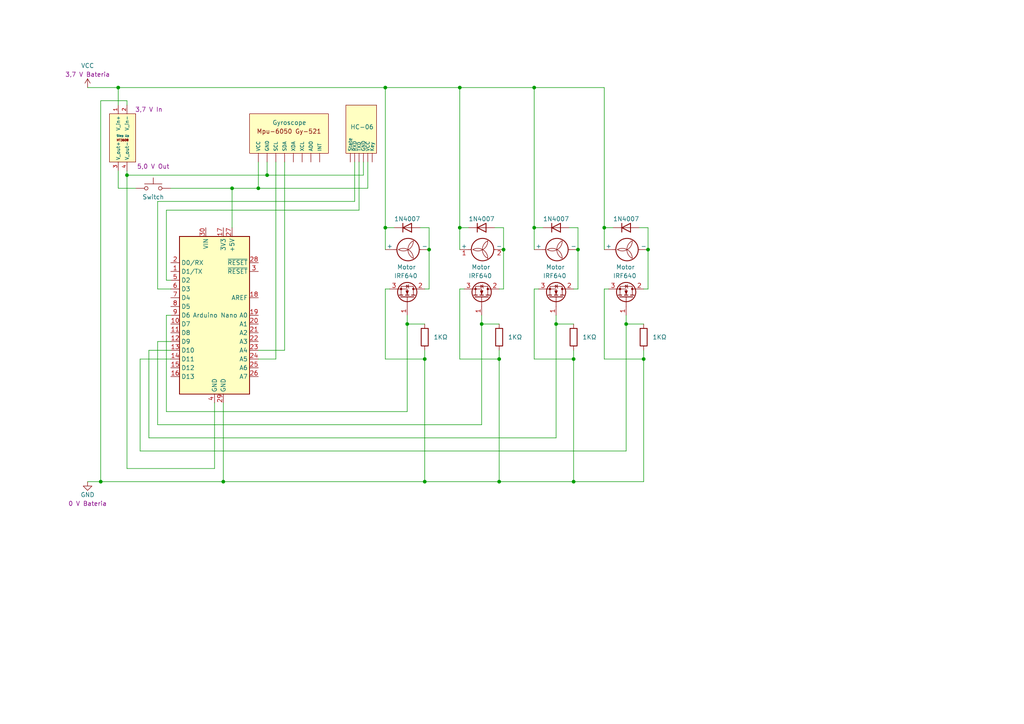
<source format=kicad_sch>
(kicad_sch (version 20211123) (generator eeschema)

  (uuid 4c38afcf-8039-495f-9054-bd29693f194e)

  (paper "A4")

  (title_block
    (title "Drone - Esquema")
    (date "2023-03-13")
    (rev "1.0")
  )

  (lib_symbols
    (symbol "4xxx:Gyroscope" (pin_numbers hide) (in_bom yes) (on_board yes)
      (property "Reference" "U2" (id 0) (at 11.43 10.16 0)
        (effects (font (size 1.27 1.27)) hide)
      )
      (property "Value" "Gyroscope" (id 1) (at -4.826 1.27 0)
        (effects (font (size 1.27 1.27)) (justify left))
      )
      (property "Footprint" "Connector_PinHeader_2.54mm:PinHeader_1x08_P2.54mm_Vertical" (id 2) (at 0 -1.27 0)
        (effects (font (size 1.27 1.27)) hide)
      )
      (property "Datasheet" "" (id 3) (at 0 -1.27 0)
        (effects (font (size 1.27 1.27)) hide)
      )
      (symbol "Gyroscope_0_0"
        (rectangle (start -11.43 3.81) (end 11.43 -7.62)
          (stroke (width 0) (type default) (color 0 0 0 0))
          (fill (type background))
        )
        (text "Mpu-6050 Gy-521" (at 0 -1.27 0)
          (effects (font (size 1.27 1.27)))
        )
      )
      (symbol "Gyroscope_1_1"
        (pin input line (at -8.89 -10.16 90) (length 2.54)
          (name "VCC" (effects (font (size 1 1))))
          (number "1" (effects (font (size 1 1))))
        )
        (pin input line (at -6.35 -10.16 90) (length 2.54)
          (name "GND" (effects (font (size 1 1))))
          (number "2" (effects (font (size 1 1))))
        )
        (pin input line (at -3.81 -10.16 90) (length 2.54)
          (name "SCL" (effects (font (size 1 1))))
          (number "3" (effects (font (size 1 1))))
        )
        (pin input line (at -1.27 -10.16 90) (length 2.54)
          (name "SDA" (effects (font (size 1 1))))
          (number "4" (effects (font (size 1 1))))
        )
        (pin input line (at 1.27 -10.16 90) (length 2.54)
          (name "XDA" (effects (font (size 1 1))))
          (number "5" (effects (font (size 1 1))))
        )
        (pin input line (at 3.81 -10.16 90) (length 2.54)
          (name "XCL" (effects (font (size 1 1))))
          (number "6" (effects (font (size 1 1))))
        )
        (pin input line (at 6.35 -10.16 90) (length 2.54)
          (name "ADO" (effects (font (size 1 1))))
          (number "7" (effects (font (size 1 1))))
        )
        (pin input line (at 8.89 -10.16 90) (length 2.54)
          (name "INT" (effects (font (size 1 1))))
          (number "8" (effects (font (size 1 1))))
        )
      )
    )
    (symbol "4xxx:Step Up" (in_bom yes) (on_board yes)
      (property "Reference" "U1" (id 0) (at 11.43 5.08 0)
        (effects (font (size 1.27 1.27)) hide)
      )
      (property "Value" "Step Up" (id 1) (at -1.778 -1.27 0)
        (effects (font (size 0.6 0.6)) (justify left))
      )
      (property "Footprint" "Converter_DCDC:MT3608" (id 2) (at 1.27 2.54 0)
        (effects (font (size 1.27 1.27)) hide)
      )
      (property "Datasheet" "" (id 3) (at 1.27 2.54 0)
        (effects (font (size 1.27 1.27)) hide)
      )
      (property "Field4" "3,7 V In" (id 4) (at 7.62 6.35 0)
        (effects (font (size 1.27 1.27)))
      )
      (property "Field5" "5,0 V Out" (id 5) (at 8.89 -10.16 0)
        (effects (font (size 1.27 1.27)))
      )
      (symbol "Step Up_0_0"
        (text "MT3608" (at 0 -2.54 0)
          (effects (font (size 0.6 0.6)))
        )
      )
      (symbol "Step Up_0_1"
        (rectangle (start -3.81 5.08) (end 3.81 -8.89)
          (stroke (width 0) (type default) (color 0 0 0 0))
          (fill (type background))
        )
      )
      (symbol "Step Up_1_1"
        (pin input line (at -1.27 7.62 270) (length 2.54)
          (name "V_in+" (effects (font (size 1 1))))
          (number "1" (effects (font (size 1 1))))
        )
        (pin input line (at 1.27 7.62 270) (length 2.54)
          (name "V_in-" (effects (font (size 1 1))))
          (number "2" (effects (font (size 1 1))))
        )
        (pin input line (at -1.27 -11.43 90) (length 2.54)
          (name "V_out+" (effects (font (size 1 1))))
          (number "3" (effects (font (size 1 1))))
        )
        (pin input line (at 1.27 -11.43 90) (length 2.54)
          (name "V_out-" (effects (font (size 1 1))))
          (number "4" (effects (font (size 1 1))))
        )
      )
    )
    (symbol "Device:R" (pin_numbers hide) (pin_names (offset 0)) (in_bom yes) (on_board yes)
      (property "Reference" "R" (id 0) (at 2.032 0 90)
        (effects (font (size 1.27 1.27)))
      )
      (property "Value" "R" (id 1) (at 0 0 90)
        (effects (font (size 1.27 1.27)))
      )
      (property "Footprint" "" (id 2) (at -1.778 0 90)
        (effects (font (size 1.27 1.27)) hide)
      )
      (property "Datasheet" "~" (id 3) (at 0 0 0)
        (effects (font (size 1.27 1.27)) hide)
      )
      (property "ki_keywords" "R res resistor" (id 4) (at 0 0 0)
        (effects (font (size 1.27 1.27)) hide)
      )
      (property "ki_description" "Resistor" (id 5) (at 0 0 0)
        (effects (font (size 1.27 1.27)) hide)
      )
      (property "ki_fp_filters" "R_*" (id 6) (at 0 0 0)
        (effects (font (size 1.27 1.27)) hide)
      )
      (symbol "R_0_1"
        (rectangle (start -1.016 -2.54) (end 1.016 2.54)
          (stroke (width 0.254) (type default) (color 0 0 0 0))
          (fill (type none))
        )
      )
      (symbol "R_1_1"
        (pin passive line (at 0 3.81 270) (length 1.27)
          (name "~" (effects (font (size 1.27 1.27))))
          (number "1" (effects (font (size 1.27 1.27))))
        )
        (pin passive line (at 0 -3.81 90) (length 1.27)
          (name "~" (effects (font (size 1.27 1.27))))
          (number "2" (effects (font (size 1.27 1.27))))
        )
      )
    )
    (symbol "Diode:1N4007" (pin_numbers hide) (pin_names hide) (in_bom yes) (on_board yes)
      (property "Reference" "D" (id 0) (at 0 2.54 0)
        (effects (font (size 1.27 1.27)))
      )
      (property "Value" "1N4007" (id 1) (at 0 -2.54 0)
        (effects (font (size 1.27 1.27)))
      )
      (property "Footprint" "Diode_THT:D_DO-41_SOD81_P10.16mm_Horizontal" (id 2) (at 0 -4.445 0)
        (effects (font (size 1.27 1.27)) hide)
      )
      (property "Datasheet" "http://www.vishay.com/docs/88503/1n4001.pdf" (id 3) (at 0 0 0)
        (effects (font (size 1.27 1.27)) hide)
      )
      (property "ki_keywords" "diode" (id 4) (at 0 0 0)
        (effects (font (size 1.27 1.27)) hide)
      )
      (property "ki_description" "1000V 1A General Purpose Rectifier Diode, DO-41" (id 5) (at 0 0 0)
        (effects (font (size 1.27 1.27)) hide)
      )
      (property "ki_fp_filters" "D*DO?41*" (id 6) (at 0 0 0)
        (effects (font (size 1.27 1.27)) hide)
      )
      (symbol "1N4007_0_1"
        (polyline
          (pts
            (xy -1.27 1.27)
            (xy -1.27 -1.27)
          )
          (stroke (width 0.254) (type default) (color 0 0 0 0))
          (fill (type none))
        )
        (polyline
          (pts
            (xy 1.27 0)
            (xy -1.27 0)
          )
          (stroke (width 0) (type default) (color 0 0 0 0))
          (fill (type none))
        )
        (polyline
          (pts
            (xy 1.27 1.27)
            (xy 1.27 -1.27)
            (xy -1.27 0)
            (xy 1.27 1.27)
          )
          (stroke (width 0.254) (type default) (color 0 0 0 0))
          (fill (type none))
        )
      )
      (symbol "1N4007_1_1"
        (pin passive line (at -3.81 0 0) (length 2.54)
          (name "K" (effects (font (size 1.27 1.27))))
          (number "1" (effects (font (size 1.27 1.27))))
        )
        (pin passive line (at 3.81 0 180) (length 2.54)
          (name "A" (effects (font (size 1.27 1.27))))
          (number "2" (effects (font (size 1.27 1.27))))
        )
      )
    )
    (symbol "Fan_1" (pin_names (offset 0)) (in_bom yes) (on_board yes)
      (property "Reference" "M" (id 0) (at 2.54 5.08 0)
        (effects (font (size 1.27 1.27)) (justify left))
      )
      (property "Value" "Fan_1" (id 1) (at 2.54 -2.54 0)
        (effects (font (size 1.27 1.27)) (justify left top))
      )
      (property "Footprint" "" (id 2) (at 0 0.254 0)
        (effects (font (size 1.27 1.27)) hide)
      )
      (property "Datasheet" "~" (id 3) (at 0 0.254 0)
        (effects (font (size 1.27 1.27)) hide)
      )
      (property "ki_keywords" "Fan Motor" (id 4) (at 0 0 0)
        (effects (font (size 1.27 1.27)) hide)
      )
      (property "ki_description" "Fan" (id 5) (at 0 0 0)
        (effects (font (size 1.27 1.27)) hide)
      )
      (property "ki_fp_filters" "PinHeader*P2.54mm* TerminalBlock*" (id 6) (at 0 0 0)
        (effects (font (size 1.27 1.27)) hide)
      )
      (symbol "Fan_1_0_1"
        (arc (start -2.54 -0.508) (mid 0.0028 0.9121) (end 0 3.81)
          (stroke (width 0) (type default) (color 0 0 0 0))
          (fill (type none))
        )
        (polyline
          (pts
            (xy 0 -5.08)
            (xy 0 -4.572)
          )
          (stroke (width 0) (type default) (color 0 0 0 0))
          (fill (type none))
        )
        (polyline
          (pts
            (xy 0 -2.2352)
            (xy 0 -2.6416)
          )
          (stroke (width 0) (type default) (color 0 0 0 0))
          (fill (type none))
        )
        (polyline
          (pts
            (xy 0 4.2672)
            (xy 0 4.6228)
          )
          (stroke (width 0) (type default) (color 0 0 0 0))
          (fill (type none))
        )
        (polyline
          (pts
            (xy 0 4.572)
            (xy 0 5.08)
          )
          (stroke (width 0) (type default) (color 0 0 0 0))
          (fill (type none))
        )
        (circle (center 0 1.016) (radius 3.2512)
          (stroke (width 0.254) (type default) (color 0 0 0 0))
          (fill (type none))
        )
        (arc (start 0 3.81) (mid 0.053 0.921) (end 2.54 -0.508)
          (stroke (width 0) (type default) (color 0 0 0 0))
          (fill (type none))
        )
        (arc (start 2.54 -0.508) (mid 0 1.0618) (end -2.54 -0.508)
          (stroke (width 0) (type default) (color 0 0 0 0))
          (fill (type none))
        )
      )
      (symbol "Fan_1_1_1"
        (pin passive line (at 0 7.62 270) (length 2.54)
          (name "+" (effects (font (size 1.27 1.27))))
          (number "1" (effects (font (size 1.27 1.27))))
        )
        (pin passive line (at 0 -5.08 90) (length 2.54)
          (name "-" (effects (font (size 1.27 1.27))))
          (number "2" (effects (font (size 1.27 1.27))))
        )
      )
    )
    (symbol "HC-06_1" (pin_numbers hide) (in_bom yes) (on_board yes)
      (property "Reference" "U3" (id 0) (at 6.096 7.366 0)
        (effects (font (size 1.27 1.27)) hide)
      )
      (property "Value" "HC-06" (id 1) (at -2.54 0 0)
        (effects (font (size 1.27 1.27)) (justify left))
      )
      (property "Footprint" "Connector_PinHeader_2.54mm:PinHeader_1x06_P2.54mm_Vertical" (id 2) (at 7.62 8.89 0)
        (effects (font (size 1.27 1.27)) hide)
      )
      (property "Datasheet" "" (id 3) (at 7.62 8.89 0)
        (effects (font (size 1.27 1.27)) hide)
      )
      (symbol "HC-06_1_0_1"
        (rectangle (start -3.81 6.35) (end 5.08 -7.62)
          (stroke (width 0) (type default) (color 0 0 0 0))
          (fill (type background))
        )
      )
      (symbol "HC-06_1_1_1"
        (pin input line (at -2.54 -10.16 90) (length 2.54)
          (name "State" (effects (font (size 1 1))))
          (number "1" (effects (font (size 1.27 1.27))))
        )
        (pin input line (at -1.27 -10.16 90) (length 2.54)
          (name "RXD" (effects (font (size 1 1))))
          (number "2" (effects (font (size 1.27 1.27))))
        )
        (pin input line (at 0 -10.16 90) (length 2.54)
          (name "TXD" (effects (font (size 1 1))))
          (number "3" (effects (font (size 1.27 1.27))))
        )
        (pin input line (at 1.27 -10.16 90) (length 2.54)
          (name "GND" (effects (font (size 1 1))))
          (number "4" (effects (font (size 1.27 1.27))))
        )
        (pin input line (at 2.54 -10.16 90) (length 2.54)
          (name "VCC" (effects (font (size 1 1))))
          (number "5" (effects (font (size 1.27 1.27))))
        )
        (pin input line (at 3.81 -10.16 90) (length 2.54)
          (name "Key" (effects (font (size 1 1))))
          (number "6" (effects (font (size 1.27 1.27))))
        )
      )
    )
    (symbol "MCU_Module:Arduino_Nano_v3.x" (in_bom yes) (on_board yes)
      (property "Reference" "A" (id 0) (at -10.16 23.495 0)
        (effects (font (size 1.27 1.27)) (justify left bottom))
      )
      (property "Value" "Arduino_Nano_v3.x" (id 1) (at 5.08 -24.13 0)
        (effects (font (size 1.27 1.27)) (justify left top))
      )
      (property "Footprint" "Module:Arduino_Nano" (id 2) (at 0 0 0)
        (effects (font (size 1.27 1.27) italic) hide)
      )
      (property "Datasheet" "http://www.mouser.com/pdfdocs/Gravitech_Arduino_Nano3_0.pdf" (id 3) (at 0 0 0)
        (effects (font (size 1.27 1.27)) hide)
      )
      (property "ki_keywords" "Arduino nano microcontroller module USB" (id 4) (at 0 0 0)
        (effects (font (size 1.27 1.27)) hide)
      )
      (property "ki_description" "Arduino Nano v3.x" (id 5) (at 0 0 0)
        (effects (font (size 1.27 1.27)) hide)
      )
      (property "ki_fp_filters" "Arduino*Nano*" (id 6) (at 0 0 0)
        (effects (font (size 1.27 1.27)) hide)
      )
      (symbol "Arduino_Nano_v3.x_0_1"
        (rectangle (start -10.16 22.86) (end 10.16 -22.86)
          (stroke (width 0.254) (type default) (color 0 0 0 0))
          (fill (type background))
        )
      )
      (symbol "Arduino_Nano_v3.x_1_1"
        (pin bidirectional line (at -12.7 12.7 0) (length 2.54)
          (name "D1/TX" (effects (font (size 1.27 1.27))))
          (number "1" (effects (font (size 1.27 1.27))))
        )
        (pin bidirectional line (at -12.7 -2.54 0) (length 2.54)
          (name "D7" (effects (font (size 1.27 1.27))))
          (number "10" (effects (font (size 1.27 1.27))))
        )
        (pin bidirectional line (at -12.7 -5.08 0) (length 2.54)
          (name "D8" (effects (font (size 1.27 1.27))))
          (number "11" (effects (font (size 1.27 1.27))))
        )
        (pin bidirectional line (at -12.7 -7.62 0) (length 2.54)
          (name "D9" (effects (font (size 1.27 1.27))))
          (number "12" (effects (font (size 1.27 1.27))))
        )
        (pin bidirectional line (at -12.7 -10.16 0) (length 2.54)
          (name "D10" (effects (font (size 1.27 1.27))))
          (number "13" (effects (font (size 1.27 1.27))))
        )
        (pin bidirectional line (at -12.7 -12.7 0) (length 2.54)
          (name "D11" (effects (font (size 1.27 1.27))))
          (number "14" (effects (font (size 1.27 1.27))))
        )
        (pin bidirectional line (at -12.7 -15.24 0) (length 2.54)
          (name "D12" (effects (font (size 1.27 1.27))))
          (number "15" (effects (font (size 1.27 1.27))))
        )
        (pin bidirectional line (at -12.7 -17.78 0) (length 2.54)
          (name "D13" (effects (font (size 1.27 1.27))))
          (number "16" (effects (font (size 1.27 1.27))))
        )
        (pin power_out line (at 2.54 25.4 270) (length 2.54)
          (name "3V3" (effects (font (size 1.27 1.27))))
          (number "17" (effects (font (size 1.27 1.27))))
        )
        (pin input line (at 12.7 5.08 180) (length 2.54)
          (name "AREF" (effects (font (size 1.27 1.27))))
          (number "18" (effects (font (size 1.27 1.27))))
        )
        (pin bidirectional line (at 12.7 0 180) (length 2.54)
          (name "A0" (effects (font (size 1.27 1.27))))
          (number "19" (effects (font (size 1.27 1.27))))
        )
        (pin bidirectional line (at -12.7 15.24 0) (length 2.54)
          (name "D0/RX" (effects (font (size 1.27 1.27))))
          (number "2" (effects (font (size 1.27 1.27))))
        )
        (pin bidirectional line (at 12.7 -2.54 180) (length 2.54)
          (name "A1" (effects (font (size 1.27 1.27))))
          (number "20" (effects (font (size 1.27 1.27))))
        )
        (pin bidirectional line (at 12.7 -5.08 180) (length 2.54)
          (name "A2" (effects (font (size 1.27 1.27))))
          (number "21" (effects (font (size 1.27 1.27))))
        )
        (pin bidirectional line (at 12.7 -7.62 180) (length 2.54)
          (name "A3" (effects (font (size 1.27 1.27))))
          (number "22" (effects (font (size 1.27 1.27))))
        )
        (pin bidirectional line (at 12.7 -10.16 180) (length 2.54)
          (name "A4" (effects (font (size 1.27 1.27))))
          (number "23" (effects (font (size 1.27 1.27))))
        )
        (pin bidirectional line (at 12.7 -12.7 180) (length 2.54)
          (name "A5" (effects (font (size 1.27 1.27))))
          (number "24" (effects (font (size 1.27 1.27))))
        )
        (pin bidirectional line (at 12.7 -15.24 180) (length 2.54)
          (name "A6" (effects (font (size 1.27 1.27))))
          (number "25" (effects (font (size 1.27 1.27))))
        )
        (pin bidirectional line (at 12.7 -17.78 180) (length 2.54)
          (name "A7" (effects (font (size 1.27 1.27))))
          (number "26" (effects (font (size 1.27 1.27))))
        )
        (pin power_out line (at 5.08 25.4 270) (length 2.54)
          (name "+5V" (effects (font (size 1.27 1.27))))
          (number "27" (effects (font (size 1.27 1.27))))
        )
        (pin input line (at 12.7 15.24 180) (length 2.54)
          (name "~{RESET}" (effects (font (size 1.27 1.27))))
          (number "28" (effects (font (size 1.27 1.27))))
        )
        (pin power_in line (at 2.54 -25.4 90) (length 2.54)
          (name "GND" (effects (font (size 1.27 1.27))))
          (number "29" (effects (font (size 1.27 1.27))))
        )
        (pin input line (at 12.7 12.7 180) (length 2.54)
          (name "~{RESET}" (effects (font (size 1.27 1.27))))
          (number "3" (effects (font (size 1.27 1.27))))
        )
        (pin power_in line (at -2.54 25.4 270) (length 2.54)
          (name "VIN" (effects (font (size 1.27 1.27))))
          (number "30" (effects (font (size 1.27 1.27))))
        )
        (pin power_in line (at 0 -25.4 90) (length 2.54)
          (name "GND" (effects (font (size 1.27 1.27))))
          (number "4" (effects (font (size 1.27 1.27))))
        )
        (pin bidirectional line (at -12.7 10.16 0) (length 2.54)
          (name "D2" (effects (font (size 1.27 1.27))))
          (number "5" (effects (font (size 1.27 1.27))))
        )
        (pin bidirectional line (at -12.7 7.62 0) (length 2.54)
          (name "D3" (effects (font (size 1.27 1.27))))
          (number "6" (effects (font (size 1.27 1.27))))
        )
        (pin bidirectional line (at -12.7 5.08 0) (length 2.54)
          (name "D4" (effects (font (size 1.27 1.27))))
          (number "7" (effects (font (size 1.27 1.27))))
        )
        (pin bidirectional line (at -12.7 2.54 0) (length 2.54)
          (name "D5" (effects (font (size 1.27 1.27))))
          (number "8" (effects (font (size 1.27 1.27))))
        )
        (pin bidirectional line (at -12.7 0 0) (length 2.54)
          (name "D6" (effects (font (size 1.27 1.27))))
          (number "9" (effects (font (size 1.27 1.27))))
        )
      )
    )
    (symbol "Motor:Fan" (pin_numbers hide) (pin_names (offset 0)) (in_bom yes) (on_board yes)
      (property "Reference" "M" (id 0) (at 2.54 5.08 0)
        (effects (font (size 1.27 1.27)) (justify left))
      )
      (property "Value" "Fan" (id 1) (at 2.54 -2.54 0)
        (effects (font (size 1.27 1.27)) (justify left top))
      )
      (property "Footprint" "" (id 2) (at 0 0.254 0)
        (effects (font (size 1.27 1.27)) hide)
      )
      (property "Datasheet" "~" (id 3) (at 0 0.254 0)
        (effects (font (size 1.27 1.27)) hide)
      )
      (property "ki_keywords" "Fan Motor" (id 4) (at 0 0 0)
        (effects (font (size 1.27 1.27)) hide)
      )
      (property "ki_description" "Fan" (id 5) (at 0 0 0)
        (effects (font (size 1.27 1.27)) hide)
      )
      (property "ki_fp_filters" "PinHeader*P2.54mm* TerminalBlock*" (id 6) (at 0 0 0)
        (effects (font (size 1.27 1.27)) hide)
      )
      (symbol "Fan_0_1"
        (arc (start -2.54 -0.508) (mid 0.0028 0.9121) (end 0 3.81)
          (stroke (width 0) (type default) (color 0 0 0 0))
          (fill (type none))
        )
        (polyline
          (pts
            (xy 0 -5.08)
            (xy 0 -4.572)
          )
          (stroke (width 0) (type default) (color 0 0 0 0))
          (fill (type none))
        )
        (polyline
          (pts
            (xy 0 -2.2352)
            (xy 0 -2.6416)
          )
          (stroke (width 0) (type default) (color 0 0 0 0))
          (fill (type none))
        )
        (polyline
          (pts
            (xy 0 4.2672)
            (xy 0 4.6228)
          )
          (stroke (width 0) (type default) (color 0 0 0 0))
          (fill (type none))
        )
        (polyline
          (pts
            (xy 0 4.572)
            (xy 0 5.08)
          )
          (stroke (width 0) (type default) (color 0 0 0 0))
          (fill (type none))
        )
        (circle (center 0 1.016) (radius 3.2512)
          (stroke (width 0.254) (type default) (color 0 0 0 0))
          (fill (type none))
        )
        (arc (start 0 3.81) (mid 0.053 0.921) (end 2.54 -0.508)
          (stroke (width 0) (type default) (color 0 0 0 0))
          (fill (type none))
        )
        (arc (start 2.54 -0.508) (mid 0 1.0618) (end -2.54 -0.508)
          (stroke (width 0) (type default) (color 0 0 0 0))
          (fill (type none))
        )
      )
      (symbol "Fan_1_1"
        (pin passive line (at 0 7.62 270) (length 2.54)
          (name "+" (effects (font (size 1.27 1.27))))
          (number "1" (effects (font (size 1.27 1.27))))
        )
        (pin passive line (at 0 -5.08 90) (length 2.54)
          (name "-" (effects (font (size 1.27 1.27))))
          (number "2" (effects (font (size 1.27 1.27))))
        )
      )
    )
    (symbol "Switch:SW_Push" (pin_numbers hide) (pin_names (offset 1.016) hide) (in_bom yes) (on_board yes)
      (property "Reference" "SW" (id 0) (at 1.27 2.54 0)
        (effects (font (size 1.27 1.27)) (justify left))
      )
      (property "Value" "SW_Push" (id 1) (at 0 -1.524 0)
        (effects (font (size 1.27 1.27)))
      )
      (property "Footprint" "" (id 2) (at 0 5.08 0)
        (effects (font (size 1.27 1.27)) hide)
      )
      (property "Datasheet" "~" (id 3) (at 0 5.08 0)
        (effects (font (size 1.27 1.27)) hide)
      )
      (property "ki_keywords" "switch normally-open pushbutton push-button" (id 4) (at 0 0 0)
        (effects (font (size 1.27 1.27)) hide)
      )
      (property "ki_description" "Push button switch, generic, two pins" (id 5) (at 0 0 0)
        (effects (font (size 1.27 1.27)) hide)
      )
      (symbol "SW_Push_0_1"
        (circle (center -2.032 0) (radius 0.508)
          (stroke (width 0) (type default) (color 0 0 0 0))
          (fill (type none))
        )
        (polyline
          (pts
            (xy 0 1.27)
            (xy 0 3.048)
          )
          (stroke (width 0) (type default) (color 0 0 0 0))
          (fill (type none))
        )
        (polyline
          (pts
            (xy 2.54 1.27)
            (xy -2.54 1.27)
          )
          (stroke (width 0) (type default) (color 0 0 0 0))
          (fill (type none))
        )
        (circle (center 2.032 0) (radius 0.508)
          (stroke (width 0) (type default) (color 0 0 0 0))
          (fill (type none))
        )
        (pin passive line (at -5.08 0 0) (length 2.54)
          (name "1" (effects (font (size 1.27 1.27))))
          (number "1" (effects (font (size 1.27 1.27))))
        )
        (pin passive line (at 5.08 0 180) (length 2.54)
          (name "2" (effects (font (size 1.27 1.27))))
          (number "2" (effects (font (size 1.27 1.27))))
        )
      )
    )
    (symbol "Transistor_FET:IRF540N" (pin_names hide) (in_bom yes) (on_board yes)
      (property "Reference" "Q" (id 0) (at 6.35 1.905 0)
        (effects (font (size 1.27 1.27)) (justify left))
      )
      (property "Value" "IRF540N" (id 1) (at 6.35 0 0)
        (effects (font (size 1.27 1.27)) (justify left))
      )
      (property "Footprint" "Package_TO_SOT_THT:TO-220-3_Vertical" (id 2) (at 6.35 -1.905 0)
        (effects (font (size 1.27 1.27) italic) (justify left) hide)
      )
      (property "Datasheet" "http://www.irf.com/product-info/datasheets/data/irf540n.pdf" (id 3) (at 0 0 0)
        (effects (font (size 1.27 1.27)) (justify left) hide)
      )
      (property "ki_keywords" "HEXFET N-Channel MOSFET" (id 4) (at 0 0 0)
        (effects (font (size 1.27 1.27)) hide)
      )
      (property "ki_description" "33A Id, 100V Vds, HEXFET N-Channel MOSFET, TO-220" (id 5) (at 0 0 0)
        (effects (font (size 1.27 1.27)) hide)
      )
      (property "ki_fp_filters" "TO?220*" (id 6) (at 0 0 0)
        (effects (font (size 1.27 1.27)) hide)
      )
      (symbol "IRF540N_0_1"
        (polyline
          (pts
            (xy 0.254 0)
            (xy -2.54 0)
          )
          (stroke (width 0) (type default) (color 0 0 0 0))
          (fill (type none))
        )
        (polyline
          (pts
            (xy 0.254 1.905)
            (xy 0.254 -1.905)
          )
          (stroke (width 0.254) (type default) (color 0 0 0 0))
          (fill (type none))
        )
        (polyline
          (pts
            (xy 0.762 -1.27)
            (xy 0.762 -2.286)
          )
          (stroke (width 0.254) (type default) (color 0 0 0 0))
          (fill (type none))
        )
        (polyline
          (pts
            (xy 0.762 0.508)
            (xy 0.762 -0.508)
          )
          (stroke (width 0.254) (type default) (color 0 0 0 0))
          (fill (type none))
        )
        (polyline
          (pts
            (xy 0.762 2.286)
            (xy 0.762 1.27)
          )
          (stroke (width 0.254) (type default) (color 0 0 0 0))
          (fill (type none))
        )
        (polyline
          (pts
            (xy 2.54 2.54)
            (xy 2.54 1.778)
          )
          (stroke (width 0) (type default) (color 0 0 0 0))
          (fill (type none))
        )
        (polyline
          (pts
            (xy 2.54 -2.54)
            (xy 2.54 0)
            (xy 0.762 0)
          )
          (stroke (width 0) (type default) (color 0 0 0 0))
          (fill (type none))
        )
        (polyline
          (pts
            (xy 0.762 -1.778)
            (xy 3.302 -1.778)
            (xy 3.302 1.778)
            (xy 0.762 1.778)
          )
          (stroke (width 0) (type default) (color 0 0 0 0))
          (fill (type none))
        )
        (polyline
          (pts
            (xy 1.016 0)
            (xy 2.032 0.381)
            (xy 2.032 -0.381)
            (xy 1.016 0)
          )
          (stroke (width 0) (type default) (color 0 0 0 0))
          (fill (type outline))
        )
        (polyline
          (pts
            (xy 2.794 0.508)
            (xy 2.921 0.381)
            (xy 3.683 0.381)
            (xy 3.81 0.254)
          )
          (stroke (width 0) (type default) (color 0 0 0 0))
          (fill (type none))
        )
        (polyline
          (pts
            (xy 3.302 0.381)
            (xy 2.921 -0.254)
            (xy 3.683 -0.254)
            (xy 3.302 0.381)
          )
          (stroke (width 0) (type default) (color 0 0 0 0))
          (fill (type none))
        )
        (circle (center 1.651 0) (radius 2.794)
          (stroke (width 0.254) (type default) (color 0 0 0 0))
          (fill (type none))
        )
        (circle (center 2.54 -1.778) (radius 0.254)
          (stroke (width 0) (type default) (color 0 0 0 0))
          (fill (type outline))
        )
        (circle (center 2.54 1.778) (radius 0.254)
          (stroke (width 0) (type default) (color 0 0 0 0))
          (fill (type outline))
        )
      )
      (symbol "IRF540N_1_1"
        (pin input line (at -5.08 0 0) (length 2.54)
          (name "G" (effects (font (size 1.27 1.27))))
          (number "1" (effects (font (size 1.27 1.27))))
        )
        (pin passive line (at 2.54 5.08 270) (length 2.54)
          (name "D" (effects (font (size 1.27 1.27))))
          (number "2" (effects (font (size 1.27 1.27))))
        )
        (pin passive line (at 2.54 -5.08 90) (length 2.54)
          (name "S" (effects (font (size 1.27 1.27))))
          (number "3" (effects (font (size 1.27 1.27))))
        )
      )
    )
    (symbol "power:GND" (power) (pin_numbers hide) (pin_names (offset 0) hide) (in_bom yes) (on_board yes)
      (property "Reference" "#PWR" (id 0) (at 0 -6.35 0)
        (effects (font (size 1.27 1.27)) hide)
      )
      (property "Value" "GND" (id 1) (at 0 -3.81 0)
        (effects (font (size 1.27 1.27)))
      )
      (property "Footprint" "" (id 2) (at 0 0 0)
        (effects (font (size 1.27 1.27)) hide)
      )
      (property "Datasheet" "" (id 3) (at 0 0 0)
        (effects (font (size 1.27 1.27)) hide)
      )
      (property "ki_keywords" "power-flag" (id 4) (at 0 0 0)
        (effects (font (size 1.27 1.27)) hide)
      )
      (property "ki_description" "Power symbol creates a global label with name \"GND\" , ground" (id 5) (at 0 0 0)
        (effects (font (size 1.27 1.27)) hide)
      )
      (symbol "GND_0_1"
        (polyline
          (pts
            (xy 0 0)
            (xy 0 -1.27)
            (xy 1.27 -1.27)
            (xy 0 -2.54)
            (xy -1.27 -1.27)
            (xy 0 -1.27)
          )
          (stroke (width 0) (type default) (color 0 0 0 0))
          (fill (type none))
        )
      )
      (symbol "GND_1_1"
        (pin power_in line (at 0 0 270) (length 0) hide
          (name "GND" (effects (font (size 1.27 1.27))))
          (number "1" (effects (font (size 1.27 1.27))))
        )
      )
    )
    (symbol "power:VCC" (power) (pin_numbers hide) (pin_names (offset 0) hide) (in_bom yes) (on_board yes)
      (property "Reference" "#PWR" (id 0) (at 0 -3.81 0)
        (effects (font (size 1.27 1.27)) hide)
      )
      (property "Value" "VCC" (id 1) (at 0 3.81 0)
        (effects (font (size 1.27 1.27)))
      )
      (property "Footprint" "" (id 2) (at 0 0 0)
        (effects (font (size 1.27 1.27)) hide)
      )
      (property "Datasheet" "" (id 3) (at 0 0 0)
        (effects (font (size 1.27 1.27)) hide)
      )
      (property "ki_keywords" "power-flag" (id 4) (at 0 0 0)
        (effects (font (size 1.27 1.27)) hide)
      )
      (property "ki_description" "Power symbol creates a global label with name \"VCC\"" (id 5) (at 0 0 0)
        (effects (font (size 1.27 1.27)) hide)
      )
      (symbol "VCC_0_1"
        (polyline
          (pts
            (xy -0.762 1.27)
            (xy 0 2.54)
          )
          (stroke (width 0) (type default) (color 0 0 0 0))
          (fill (type none))
        )
        (polyline
          (pts
            (xy 0 0)
            (xy 0 2.54)
          )
          (stroke (width 0) (type default) (color 0 0 0 0))
          (fill (type none))
        )
        (polyline
          (pts
            (xy 0 2.54)
            (xy 0.762 1.27)
          )
          (stroke (width 0) (type default) (color 0 0 0 0))
          (fill (type none))
        )
      )
      (symbol "VCC_1_1"
        (pin power_in line (at 0 0 90) (length 0) hide
          (name "VCC" (effects (font (size 1.27 1.27))))
          (number "1" (effects (font (size 1.27 1.27))))
        )
      )
    )
  )

  (junction (at 67.31 54.61) (diameter 0) (color 0 0 0 0)
    (uuid 029ef645-d21e-46a0-afbf-f60ff5fcce52)
  )
  (junction (at 64.77 139.7) (diameter 0) (color 0 0 0 0)
    (uuid 144a327d-529b-4769-a0e7-8de785e0bc7c)
  )
  (junction (at 181.61 93.98) (diameter 0) (color 0 0 0 0)
    (uuid 188d8944-55dc-43b0-9779-4c9eef5f66db)
  )
  (junction (at 133.35 25.4) (diameter 0) (color 0 0 0 0)
    (uuid 1f4b2905-3721-4cc9-8bf6-c45d00ff5c3e)
  )
  (junction (at 167.64 72.39) (diameter 0) (color 0 0 0 0)
    (uuid 21db89b3-523b-47d6-9836-1745fe565cb2)
  )
  (junction (at 123.19 139.7) (diameter 0) (color 0 0 0 0)
    (uuid 23c9006e-d741-4d34-a3a8-0bd75a2b2aa5)
  )
  (junction (at 29.21 139.7) (diameter 0) (color 0 0 0 0)
    (uuid 35c13bd1-f346-41c9-8e57-56888ed33f69)
  )
  (junction (at 124.46 72.39) (diameter 0) (color 0 0 0 0)
    (uuid 370fab42-9851-4020-8e50-2df779d2b8e5)
  )
  (junction (at 139.7 93.98) (diameter 0) (color 0 0 0 0)
    (uuid 430e065f-852a-47b9-bbf3-81ef1e59a694)
  )
  (junction (at 111.76 66.04) (diameter 0) (color 0 0 0 0)
    (uuid 4567b24c-0a15-4631-a7c5-721544b36818)
  )
  (junction (at 175.26 66.04) (diameter 0) (color 0 0 0 0)
    (uuid 4c4cd48a-fcf2-4535-861c-6ef4c7c55cd3)
  )
  (junction (at 146.05 72.39) (diameter 0) (color 0 0 0 0)
    (uuid 4d7b1d31-80d6-4a3f-8b32-02b93c6ed709)
  )
  (junction (at 166.37 139.7) (diameter 0) (color 0 0 0 0)
    (uuid 4f304216-c3bb-49a6-87b6-047ae954b59b)
  )
  (junction (at 154.94 25.4) (diameter 0) (color 0 0 0 0)
    (uuid 54082a2a-00ce-4dbb-b0ca-938ccedcd074)
  )
  (junction (at 77.47 50.8) (diameter 0) (color 0 0 0 0)
    (uuid 5e123c95-b1d9-4afc-891d-47b5057ae0d6)
  )
  (junction (at 111.76 25.4) (diameter 0) (color 0 0 0 0)
    (uuid 746141cc-2b51-48c9-a0ee-026df3a714b1)
  )
  (junction (at 186.69 104.14) (diameter 0) (color 0 0 0 0)
    (uuid 7de6aa58-b2e0-4a8e-a91f-413640450617)
  )
  (junction (at 133.35 66.04) (diameter 0) (color 0 0 0 0)
    (uuid 807eb597-c9ae-4e7c-b926-362189cab4e3)
  )
  (junction (at 34.29 25.4) (diameter 0) (color 0 0 0 0)
    (uuid 80bffbad-d307-4553-aaa6-15081ebb8473)
  )
  (junction (at 123.19 104.14) (diameter 0) (color 0 0 0 0)
    (uuid 87e52b33-bae5-4488-8f4c-64f06e54192c)
  )
  (junction (at 118.11 93.98) (diameter 0) (color 0 0 0 0)
    (uuid 88d29cc0-ebc4-4888-83ba-79a44ecbabf6)
  )
  (junction (at 144.78 139.7) (diameter 0) (color 0 0 0 0)
    (uuid 9037cc34-770c-4b30-bdd1-32cce60f5c83)
  )
  (junction (at 154.94 66.04) (diameter 0) (color 0 0 0 0)
    (uuid a1a8b808-0a7e-4b0b-860c-c237b33c9046)
  )
  (junction (at 74.93 54.61) (diameter 0) (color 0 0 0 0)
    (uuid a711ec62-23e3-485a-8a11-fc1f46775311)
  )
  (junction (at 187.96 72.39) (diameter 0) (color 0 0 0 0)
    (uuid aea065a9-67d0-437b-886f-83fbf0ed1865)
  )
  (junction (at 36.83 50.8) (diameter 0) (color 0 0 0 0)
    (uuid bf60e67e-c663-4a41-91ae-3bb33ac7d123)
  )
  (junction (at 144.78 104.14) (diameter 0) (color 0 0 0 0)
    (uuid d554badf-808f-4394-a113-41315509a4d1)
  )
  (junction (at 166.37 104.14) (diameter 0) (color 0 0 0 0)
    (uuid dface274-3bc8-407e-82f6-8eb818f41e8f)
  )
  (junction (at 161.29 93.98) (diameter 0) (color 0 0 0 0)
    (uuid f087dc0e-bf6a-48c1-85b8-25dba7bd9893)
  )

  (wire (pts (xy 45.72 123.19) (xy 139.7 123.19))
    (stroke (width 0) (type default) (color 0 0 0 0))
    (uuid 012557a5-e10b-4fdc-bc1c-3a6521908291)
  )
  (wire (pts (xy 106.68 54.61) (xy 74.93 54.61))
    (stroke (width 0) (type default) (color 0 0 0 0))
    (uuid 01c56e8c-8227-42d3-a5d7-ae18abf23c75)
  )
  (wire (pts (xy 166.37 101.6) (xy 166.37 104.14))
    (stroke (width 0) (type default) (color 0 0 0 0))
    (uuid 02b48126-e2a8-44f0-88e8-4d6fc63a8580)
  )
  (wire (pts (xy 176.53 83.82) (xy 175.26 83.82))
    (stroke (width 0) (type default) (color 0 0 0 0))
    (uuid 0381e5bb-96fa-4feb-aaf7-c0100261a427)
  )
  (wire (pts (xy 133.35 83.82) (xy 133.35 104.14))
    (stroke (width 0) (type default) (color 0 0 0 0))
    (uuid 06da0eb4-a68e-4399-b0de-6bf8417dda86)
  )
  (wire (pts (xy 166.37 93.98) (xy 161.29 93.98))
    (stroke (width 0) (type default) (color 0 0 0 0))
    (uuid 0b2c98a7-aef3-4c97-b21c-ac772512907b)
  )
  (wire (pts (xy 49.53 91.44) (xy 48.26 91.44))
    (stroke (width 0) (type default) (color 0 0 0 0))
    (uuid 0cd0f174-de34-4ec8-b06a-6ae7e22634cc)
  )
  (wire (pts (xy 185.42 66.04) (xy 187.96 66.04))
    (stroke (width 0) (type default) (color 0 0 0 0))
    (uuid 0d55ac50-6278-4439-a45b-1a8d1ccbd7c2)
  )
  (wire (pts (xy 186.69 83.82) (xy 187.96 83.82))
    (stroke (width 0) (type default) (color 0 0 0 0))
    (uuid 0e41298d-596a-4153-9c7f-489427a57cda)
  )
  (wire (pts (xy 167.64 83.82) (xy 167.64 72.39))
    (stroke (width 0) (type default) (color 0 0 0 0))
    (uuid 0eb4ad88-2b6f-4e4c-b94c-5abfc748ef75)
  )
  (wire (pts (xy 104.14 60.96) (xy 104.14 46.99))
    (stroke (width 0) (type default) (color 0 0 0 0))
    (uuid 10c09ba6-b491-4fcb-a8af-8d72171102ba)
  )
  (wire (pts (xy 74.93 101.6) (xy 82.55 101.6))
    (stroke (width 0) (type default) (color 0 0 0 0))
    (uuid 10c4e80e-c7c3-4ee0-b8c6-1ec81d7224a3)
  )
  (wire (pts (xy 40.64 104.14) (xy 40.64 130.81))
    (stroke (width 0) (type default) (color 0 0 0 0))
    (uuid 117c1baf-d66d-4980-9967-a058f6d53ab0)
  )
  (wire (pts (xy 43.18 101.6) (xy 43.18 127))
    (stroke (width 0) (type default) (color 0 0 0 0))
    (uuid 188f54fd-c60f-4bef-adda-ab2c830affaa)
  )
  (wire (pts (xy 144.78 93.98) (xy 139.7 93.98))
    (stroke (width 0) (type default) (color 0 0 0 0))
    (uuid 1afd1a3c-0170-4ff4-8ec6-048d4d1d3e2f)
  )
  (wire (pts (xy 43.18 127) (xy 161.29 127))
    (stroke (width 0) (type default) (color 0 0 0 0))
    (uuid 1e5c63a4-e9db-4376-a7c0-5265b075624b)
  )
  (wire (pts (xy 118.11 91.44) (xy 118.11 93.98))
    (stroke (width 0) (type default) (color 0 0 0 0))
    (uuid 20896d85-bca6-4dcc-b13d-32e00f595844)
  )
  (wire (pts (xy 166.37 139.7) (xy 144.78 139.7))
    (stroke (width 0) (type default) (color 0 0 0 0))
    (uuid 21f1b3fc-9202-4b89-a599-9e59817cce62)
  )
  (wire (pts (xy 64.77 116.84) (xy 64.77 139.7))
    (stroke (width 0) (type default) (color 0 0 0 0))
    (uuid 2216f722-6ceb-4d58-977c-5e13775569ba)
  )
  (wire (pts (xy 186.69 139.7) (xy 166.37 139.7))
    (stroke (width 0) (type default) (color 0 0 0 0))
    (uuid 26092f90-17a0-465d-836d-f85c020f0c1a)
  )
  (wire (pts (xy 144.78 139.7) (xy 123.19 139.7))
    (stroke (width 0) (type default) (color 0 0 0 0))
    (uuid 2815c501-4e5d-41b3-86cb-f5d1128d0d67)
  )
  (wire (pts (xy 45.72 58.42) (xy 102.87 58.42))
    (stroke (width 0) (type default) (color 0 0 0 0))
    (uuid 29a46421-0862-4a36-969a-3500fe1c377d)
  )
  (wire (pts (xy 143.51 66.04) (xy 146.05 66.04))
    (stroke (width 0) (type default) (color 0 0 0 0))
    (uuid 29b296a4-f948-4034-a177-8bb0f2239e9b)
  )
  (wire (pts (xy 175.26 104.14) (xy 186.69 104.14))
    (stroke (width 0) (type default) (color 0 0 0 0))
    (uuid 29e4348d-1d51-4dc7-af30-b466faff7f2a)
  )
  (wire (pts (xy 64.77 139.7) (xy 123.19 139.7))
    (stroke (width 0) (type default) (color 0 0 0 0))
    (uuid 2c20a77d-0b38-4d60-883d-6c4ae8494b83)
  )
  (wire (pts (xy 186.69 93.98) (xy 181.61 93.98))
    (stroke (width 0) (type default) (color 0 0 0 0))
    (uuid 2d6caf43-a376-4647-b2ba-0b54cd73497b)
  )
  (wire (pts (xy 175.26 66.04) (xy 175.26 72.39))
    (stroke (width 0) (type default) (color 0 0 0 0))
    (uuid 300d18f2-b1d3-421a-9111-f227c34e1895)
  )
  (wire (pts (xy 80.01 46.99) (xy 80.01 104.14))
    (stroke (width 0) (type default) (color 0 0 0 0))
    (uuid 314f234d-ef81-4e67-8771-a5df21e3b8a4)
  )
  (wire (pts (xy 118.11 93.98) (xy 118.11 119.38))
    (stroke (width 0) (type default) (color 0 0 0 0))
    (uuid 3247c3fa-1a5e-4cee-8a64-e3035438ceb7)
  )
  (wire (pts (xy 123.19 104.14) (xy 123.19 139.7))
    (stroke (width 0) (type default) (color 0 0 0 0))
    (uuid 326ce584-5965-4e25-b065-94fada9224e9)
  )
  (wire (pts (xy 25.4 139.7) (xy 29.21 139.7))
    (stroke (width 0) (type default) (color 0 0 0 0))
    (uuid 3877f10a-000a-4a79-9e3d-966b02fcb86d)
  )
  (wire (pts (xy 111.76 66.04) (xy 111.76 25.4))
    (stroke (width 0) (type default) (color 0 0 0 0))
    (uuid 3c8bc0c3-0b35-464e-9b29-410e4f0d67e5)
  )
  (wire (pts (xy 45.72 58.42) (xy 45.72 83.82))
    (stroke (width 0) (type default) (color 0 0 0 0))
    (uuid 429375f6-08eb-4941-ba4b-95ad852c7bb5)
  )
  (wire (pts (xy 49.53 81.28) (xy 48.26 81.28))
    (stroke (width 0) (type default) (color 0 0 0 0))
    (uuid 43090c7c-887f-48a9-a477-a2e7b631d748)
  )
  (wire (pts (xy 77.47 46.99) (xy 77.47 50.8))
    (stroke (width 0) (type default) (color 0 0 0 0))
    (uuid 432f8f19-3ec5-4206-a47e-70e0e2d700d3)
  )
  (wire (pts (xy 161.29 127) (xy 161.29 93.98))
    (stroke (width 0) (type default) (color 0 0 0 0))
    (uuid 452f82cc-df5d-4ee8-9914-48257759ac9c)
  )
  (wire (pts (xy 45.72 99.06) (xy 45.72 123.19))
    (stroke (width 0) (type default) (color 0 0 0 0))
    (uuid 4a55a04b-0674-4acf-8ad7-3f8ea2c0bfcc)
  )
  (wire (pts (xy 40.64 130.81) (xy 181.61 130.81))
    (stroke (width 0) (type default) (color 0 0 0 0))
    (uuid 4d36eeba-ea9e-43f3-99ec-f1926ba5c63d)
  )
  (wire (pts (xy 62.23 116.84) (xy 62.23 135.89))
    (stroke (width 0) (type default) (color 0 0 0 0))
    (uuid 4db8bf6f-ee0c-489f-9bb3-72f047e509f6)
  )
  (wire (pts (xy 133.35 66.04) (xy 135.89 66.04))
    (stroke (width 0) (type default) (color 0 0 0 0))
    (uuid 4e9ae62a-b9d0-42da-b7b4-9a6ccc839bfa)
  )
  (wire (pts (xy 111.76 104.14) (xy 123.19 104.14))
    (stroke (width 0) (type default) (color 0 0 0 0))
    (uuid 4f8dacc5-ca91-4fe6-9014-a40cd10b0e32)
  )
  (wire (pts (xy 146.05 83.82) (xy 146.05 72.39))
    (stroke (width 0) (type default) (color 0 0 0 0))
    (uuid 4fcef10a-2ff4-4136-b7b7-8842d5bb79be)
  )
  (wire (pts (xy 146.05 66.04) (xy 146.05 72.39))
    (stroke (width 0) (type default) (color 0 0 0 0))
    (uuid 5131f7b0-7d34-4e3a-ab96-359c94797f14)
  )
  (wire (pts (xy 124.46 83.82) (xy 124.46 72.39))
    (stroke (width 0) (type default) (color 0 0 0 0))
    (uuid 51f8f20d-1f9e-40ae-b6fd-99950c269022)
  )
  (wire (pts (xy 111.76 83.82) (xy 111.76 104.14))
    (stroke (width 0) (type default) (color 0 0 0 0))
    (uuid 5c44d930-183c-4b2c-a85c-93009aa8c595)
  )
  (wire (pts (xy 105.41 46.99) (xy 105.41 50.8))
    (stroke (width 0) (type default) (color 0 0 0 0))
    (uuid 5dbdc9d8-ef22-40cc-a78b-313b21bf33c2)
  )
  (wire (pts (xy 25.4 25.4) (xy 34.29 25.4))
    (stroke (width 0) (type default) (color 0 0 0 0))
    (uuid 5ea68ce3-b109-4171-a217-e537744138a0)
  )
  (wire (pts (xy 48.26 81.28) (xy 48.26 60.96))
    (stroke (width 0) (type default) (color 0 0 0 0))
    (uuid 5fbcdd24-3628-4bf1-ba77-31505d99a549)
  )
  (wire (pts (xy 36.83 49.53) (xy 36.83 50.8))
    (stroke (width 0) (type default) (color 0 0 0 0))
    (uuid 60a8769d-0dc9-495b-8eca-e89b29200d84)
  )
  (wire (pts (xy 166.37 104.14) (xy 166.37 139.7))
    (stroke (width 0) (type default) (color 0 0 0 0))
    (uuid 62835ab2-50de-4c00-895c-5f2ce76198dc)
  )
  (wire (pts (xy 139.7 91.44) (xy 139.7 93.98))
    (stroke (width 0) (type default) (color 0 0 0 0))
    (uuid 62ce00ac-ea21-461b-805f-565b921cf99a)
  )
  (wire (pts (xy 187.96 83.82) (xy 187.96 72.39))
    (stroke (width 0) (type default) (color 0 0 0 0))
    (uuid 64a641f3-844c-483a-9fae-b50d377033ed)
  )
  (wire (pts (xy 102.87 46.99) (xy 102.87 58.42))
    (stroke (width 0) (type default) (color 0 0 0 0))
    (uuid 64e350ad-e37f-42b9-98bf-e5ef456ab824)
  )
  (wire (pts (xy 36.83 50.8) (xy 77.47 50.8))
    (stroke (width 0) (type default) (color 0 0 0 0))
    (uuid 65bff9c3-5584-4f8b-aaf4-569e0481b46a)
  )
  (wire (pts (xy 48.26 119.38) (xy 118.11 119.38))
    (stroke (width 0) (type default) (color 0 0 0 0))
    (uuid 6f8bb5f9-f6b1-45f7-aaac-f5305e405f8d)
  )
  (wire (pts (xy 154.94 66.04) (xy 154.94 72.39))
    (stroke (width 0) (type default) (color 0 0 0 0))
    (uuid 7120ee04-b31d-49fe-a116-cde61c816970)
  )
  (wire (pts (xy 34.29 49.53) (xy 34.29 54.61))
    (stroke (width 0) (type default) (color 0 0 0 0))
    (uuid 752f73d7-2553-48fa-b8eb-72cf89cccb6a)
  )
  (wire (pts (xy 154.94 66.04) (xy 157.48 66.04))
    (stroke (width 0) (type default) (color 0 0 0 0))
    (uuid 781e2cb4-e250-41bf-8c83-08d0b9249133)
  )
  (wire (pts (xy 49.53 104.14) (xy 40.64 104.14))
    (stroke (width 0) (type default) (color 0 0 0 0))
    (uuid 79a13048-307d-498e-bed3-d63d1aee8ac8)
  )
  (wire (pts (xy 144.78 101.6) (xy 144.78 104.14))
    (stroke (width 0) (type default) (color 0 0 0 0))
    (uuid 79a4b451-6453-4a51-9199-90399e12f06b)
  )
  (wire (pts (xy 49.53 101.6) (xy 43.18 101.6))
    (stroke (width 0) (type default) (color 0 0 0 0))
    (uuid 7d51b05d-50e0-4f79-b2e4-48bf2a55e48d)
  )
  (wire (pts (xy 36.83 30.48) (xy 36.83 29.21))
    (stroke (width 0) (type default) (color 0 0 0 0))
    (uuid 7edd0f79-cf4f-48f3-80a3-13ec7afd8501)
  )
  (wire (pts (xy 49.53 83.82) (xy 45.72 83.82))
    (stroke (width 0) (type default) (color 0 0 0 0))
    (uuid 80eae250-7c22-467d-9639-f38dcbbf8911)
  )
  (wire (pts (xy 113.03 83.82) (xy 111.76 83.82))
    (stroke (width 0) (type default) (color 0 0 0 0))
    (uuid 830629c2-9710-4a81-b6ef-79f3e75625f5)
  )
  (wire (pts (xy 165.1 66.04) (xy 167.64 66.04))
    (stroke (width 0) (type default) (color 0 0 0 0))
    (uuid 83374949-8c7a-467a-9903-d8f698f69931)
  )
  (wire (pts (xy 105.41 50.8) (xy 77.47 50.8))
    (stroke (width 0) (type default) (color 0 0 0 0))
    (uuid 861b0228-82a6-4156-8a4a-beedb654d247)
  )
  (wire (pts (xy 67.31 54.61) (xy 67.31 66.04))
    (stroke (width 0) (type default) (color 0 0 0 0))
    (uuid 8e68e7d2-98ac-4436-ad93-3a1ee323c182)
  )
  (wire (pts (xy 124.46 66.04) (xy 124.46 72.39))
    (stroke (width 0) (type default) (color 0 0 0 0))
    (uuid 916dd6dc-5a87-4145-a47d-1a6998558d0b)
  )
  (wire (pts (xy 34.29 30.48) (xy 34.29 25.4))
    (stroke (width 0) (type default) (color 0 0 0 0))
    (uuid 9623d818-3394-418f-9668-9d69efba5e29)
  )
  (wire (pts (xy 29.21 139.7) (xy 64.77 139.7))
    (stroke (width 0) (type default) (color 0 0 0 0))
    (uuid 969b729a-7fc1-4d66-833a-11e005d906e3)
  )
  (wire (pts (xy 114.3 66.04) (xy 111.76 66.04))
    (stroke (width 0) (type default) (color 0 0 0 0))
    (uuid 994b439f-c045-42b5-b856-eb34792be88d)
  )
  (wire (pts (xy 175.26 66.04) (xy 177.8 66.04))
    (stroke (width 0) (type default) (color 0 0 0 0))
    (uuid 9c82cba8-4f0f-463a-99c1-4b909b3a1d3e)
  )
  (wire (pts (xy 154.94 83.82) (xy 154.94 104.14))
    (stroke (width 0) (type default) (color 0 0 0 0))
    (uuid 9fb84c93-7ceb-41f5-a65e-28a140f761d5)
  )
  (wire (pts (xy 74.93 46.99) (xy 74.93 54.61))
    (stroke (width 0) (type default) (color 0 0 0 0))
    (uuid a1ae4999-4727-4826-9777-a38170a8789c)
  )
  (wire (pts (xy 154.94 25.4) (xy 175.26 25.4))
    (stroke (width 0) (type default) (color 0 0 0 0))
    (uuid a3f983ea-9d6e-4008-b25d-16816cd17b28)
  )
  (wire (pts (xy 49.53 99.06) (xy 45.72 99.06))
    (stroke (width 0) (type default) (color 0 0 0 0))
    (uuid a5cc6848-0b7e-492c-9c27-063789877aa4)
  )
  (wire (pts (xy 139.7 123.19) (xy 139.7 93.98))
    (stroke (width 0) (type default) (color 0 0 0 0))
    (uuid ac84e7e1-3a17-456c-9e86-a64420c85389)
  )
  (wire (pts (xy 146.05 83.82) (xy 144.78 83.82))
    (stroke (width 0) (type default) (color 0 0 0 0))
    (uuid ae941cf7-a539-457d-a041-24fb30a324b3)
  )
  (wire (pts (xy 123.19 93.98) (xy 118.11 93.98))
    (stroke (width 0) (type default) (color 0 0 0 0))
    (uuid aea0b1f2-74d9-4545-ae2a-8f23b6bf00c8)
  )
  (wire (pts (xy 181.61 93.98) (xy 181.61 130.81))
    (stroke (width 0) (type default) (color 0 0 0 0))
    (uuid b05f3c9d-bf6b-49fb-8910-ae34571cf4d3)
  )
  (wire (pts (xy 181.61 91.44) (xy 181.61 93.98))
    (stroke (width 0) (type default) (color 0 0 0 0))
    (uuid b1bf7def-15a6-4e9c-8aa6-3975bfca7228)
  )
  (wire (pts (xy 144.78 104.14) (xy 144.78 139.7))
    (stroke (width 0) (type default) (color 0 0 0 0))
    (uuid b445647e-e910-4dcd-b8d6-594141842ae1)
  )
  (wire (pts (xy 175.26 83.82) (xy 175.26 104.14))
    (stroke (width 0) (type default) (color 0 0 0 0))
    (uuid b557ead4-5216-49c4-9919-7e0889e1cece)
  )
  (wire (pts (xy 187.96 66.04) (xy 187.96 72.39))
    (stroke (width 0) (type default) (color 0 0 0 0))
    (uuid b867f191-cf65-49b7-9729-a574f61348bf)
  )
  (wire (pts (xy 48.26 91.44) (xy 48.26 119.38))
    (stroke (width 0) (type default) (color 0 0 0 0))
    (uuid b8b7a716-9f4f-4870-92ca-3aafb455d51b)
  )
  (wire (pts (xy 186.69 104.14) (xy 186.69 139.7))
    (stroke (width 0) (type default) (color 0 0 0 0))
    (uuid b8f637db-7fb4-4235-b9e6-a851ce8a7f4a)
  )
  (wire (pts (xy 36.83 50.8) (xy 36.83 135.89))
    (stroke (width 0) (type default) (color 0 0 0 0))
    (uuid c0150dac-908f-4b58-a856-162a852ccc33)
  )
  (wire (pts (xy 67.31 54.61) (xy 74.93 54.61))
    (stroke (width 0) (type default) (color 0 0 0 0))
    (uuid c077eb95-360d-4f93-9799-d899db4830c2)
  )
  (wire (pts (xy 133.35 104.14) (xy 144.78 104.14))
    (stroke (width 0) (type default) (color 0 0 0 0))
    (uuid c0ca0ff2-0756-4fa5-9dbf-1e2af5b7610c)
  )
  (wire (pts (xy 133.35 66.04) (xy 133.35 25.4))
    (stroke (width 0) (type default) (color 0 0 0 0))
    (uuid c5705537-c635-418b-a14b-5437201983a1)
  )
  (wire (pts (xy 80.01 104.14) (xy 74.93 104.14))
    (stroke (width 0) (type default) (color 0 0 0 0))
    (uuid c91aedcb-bf29-41fb-8041-3b357943f25a)
  )
  (wire (pts (xy 123.19 101.6) (xy 123.19 104.14))
    (stroke (width 0) (type default) (color 0 0 0 0))
    (uuid cae0dc35-4b03-4057-9d30-e79f9328671a)
  )
  (wire (pts (xy 167.64 66.04) (xy 167.64 72.39))
    (stroke (width 0) (type default) (color 0 0 0 0))
    (uuid ccadf0ea-8201-4bcf-95ca-b2788de4dd80)
  )
  (wire (pts (xy 154.94 66.04) (xy 154.94 25.4))
    (stroke (width 0) (type default) (color 0 0 0 0))
    (uuid d2417ead-e4b7-458d-b345-a740ce0c6c72)
  )
  (wire (pts (xy 123.19 83.82) (xy 124.46 83.82))
    (stroke (width 0) (type default) (color 0 0 0 0))
    (uuid d2726275-b7dd-4410-a21b-f5006b1f5ce8)
  )
  (wire (pts (xy 29.21 29.21) (xy 29.21 139.7))
    (stroke (width 0) (type default) (color 0 0 0 0))
    (uuid d3fd362d-4d45-45d4-945c-e475a31c25b4)
  )
  (wire (pts (xy 82.55 101.6) (xy 82.55 46.99))
    (stroke (width 0) (type default) (color 0 0 0 0))
    (uuid d91cc8ec-f69e-4ee0-b5f9-b84637c40e7e)
  )
  (wire (pts (xy 111.76 25.4) (xy 133.35 25.4))
    (stroke (width 0) (type default) (color 0 0 0 0))
    (uuid d96fd0bf-a87b-4017-8e8b-c807e6073f7c)
  )
  (wire (pts (xy 36.83 29.21) (xy 29.21 29.21))
    (stroke (width 0) (type default) (color 0 0 0 0))
    (uuid db79cea8-25c1-4297-b571-8a26c1a91d44)
  )
  (wire (pts (xy 121.92 66.04) (xy 124.46 66.04))
    (stroke (width 0) (type default) (color 0 0 0 0))
    (uuid deecc9f1-6285-49d2-bcc4-141ee6b63006)
  )
  (wire (pts (xy 175.26 25.4) (xy 175.26 66.04))
    (stroke (width 0) (type default) (color 0 0 0 0))
    (uuid df082c74-855e-4d87-b675-0d51ee98adb1)
  )
  (wire (pts (xy 49.53 54.61) (xy 67.31 54.61))
    (stroke (width 0) (type default) (color 0 0 0 0))
    (uuid e14b55ee-5320-4b92-a039-4f26085d6d6e)
  )
  (wire (pts (xy 34.29 54.61) (xy 39.37 54.61))
    (stroke (width 0) (type default) (color 0 0 0 0))
    (uuid e32b0926-2f1b-4338-8ae0-f04376897708)
  )
  (wire (pts (xy 106.68 46.99) (xy 106.68 54.61))
    (stroke (width 0) (type default) (color 0 0 0 0))
    (uuid e4691a3d-3a4d-4b04-a49b-6e409938cb47)
  )
  (wire (pts (xy 111.76 66.04) (xy 111.76 72.39))
    (stroke (width 0) (type default) (color 0 0 0 0))
    (uuid e58db88e-c4d0-4c62-b93f-01fe4c755935)
  )
  (wire (pts (xy 161.29 91.44) (xy 161.29 93.98))
    (stroke (width 0) (type default) (color 0 0 0 0))
    (uuid e5b1d326-b3cc-4ba3-ae4d-a6b53a53cb02)
  )
  (wire (pts (xy 133.35 66.04) (xy 133.35 72.39))
    (stroke (width 0) (type default) (color 0 0 0 0))
    (uuid e5b25e82-9fc8-4d28-a336-4aed3ac8db53)
  )
  (wire (pts (xy 167.64 83.82) (xy 166.37 83.82))
    (stroke (width 0) (type default) (color 0 0 0 0))
    (uuid e5ef4b07-da21-41dc-98a5-da148bc9d7fa)
  )
  (wire (pts (xy 133.35 83.82) (xy 134.62 83.82))
    (stroke (width 0) (type default) (color 0 0 0 0))
    (uuid ea55d62f-2848-41ee-9e4d-7566c60cad3e)
  )
  (wire (pts (xy 36.83 135.89) (xy 62.23 135.89))
    (stroke (width 0) (type default) (color 0 0 0 0))
    (uuid ed429281-297c-49f6-814c-3051aa37df74)
  )
  (wire (pts (xy 154.94 83.82) (xy 156.21 83.82))
    (stroke (width 0) (type default) (color 0 0 0 0))
    (uuid f43cbe73-6010-41a6-b6dd-e97eab84cdeb)
  )
  (wire (pts (xy 104.14 60.96) (xy 48.26 60.96))
    (stroke (width 0) (type default) (color 0 0 0 0))
    (uuid f627a869-80a1-4c90-a621-f80a06e74e1d)
  )
  (wire (pts (xy 133.35 25.4) (xy 154.94 25.4))
    (stroke (width 0) (type default) (color 0 0 0 0))
    (uuid f6d7836e-7440-4c6c-ba03-f8904a239ea3)
  )
  (wire (pts (xy 186.69 101.6) (xy 186.69 104.14))
    (stroke (width 0) (type default) (color 0 0 0 0))
    (uuid f7c21f94-e89d-4568-9f09-e268fe3391ad)
  )
  (wire (pts (xy 154.94 104.14) (xy 166.37 104.14))
    (stroke (width 0) (type default) (color 0 0 0 0))
    (uuid f7db7a6a-3b40-4611-bb46-4e13a7ae8e6c)
  )
  (wire (pts (xy 34.29 25.4) (xy 111.76 25.4))
    (stroke (width 0) (type default) (color 0 0 0 0))
    (uuid ff7100c8-1f17-4461-9ddc-1378593d50a3)
  )

  (symbol (lib_id "Diode:1N4007") (at 139.7 66.04 0) (mirror x) (unit 1)
    (in_bom yes) (on_board yes)
    (uuid 0105234a-2b4f-40aa-b418-861239ea1de5)
    (property "Reference" "D2" (id 0) (at 139.7 72.39 0)
      (effects (font (size 1.27 1.27)) hide)
    )
    (property "Value" "1N4007" (id 1) (at 135.89 63.5 0)
      (effects (font (size 1.27 1.27)) (justify left))
    )
    (property "Footprint" "Diode_THT:D_DO-41_SOD81_P10.16mm_Horizontal" (id 2) (at 139.7 61.595 0)
      (effects (font (size 1.27 1.27)) hide)
    )
    (property "Datasheet" "http://www.vishay.com/docs/88503/1n4001.pdf" (id 3) (at 139.7 66.04 0)
      (effects (font (size 1.27 1.27)) hide)
    )
    (pin "1" (uuid 88d872da-04c1-40d0-9021-a7ff59e29210))
    (pin "2" (uuid 89c5064f-46e9-4b5c-ab3f-9c449ce02aeb))
  )

  (symbol (lib_id "MCU_Module:Arduino_Nano_v3.x") (at 62.23 91.44 0) (unit 1)
    (in_bom yes) (on_board yes)
    (uuid 098983c8-4bb4-43cc-9646-c9d1ddf72bfa)
    (property "Reference" "A1" (id 0) (at 66.7894 116.84 0)
      (effects (font (size 1.27 1.27)) (justify left) hide)
    )
    (property "Value" "Arduino Nano" (id 1) (at 55.88 91.44 0)
      (effects (font (size 1.27 1.27)) (justify left))
    )
    (property "Footprint" "Module:Arduino_Nano" (id 2) (at 62.23 91.44 0)
      (effects (font (size 1.27 1.27) italic) hide)
    )
    (property "Datasheet" "http://www.mouser.com/pdfdocs/Gravitech_Arduino_Nano3_0.pdf" (id 3) (at 62.23 91.44 0)
      (effects (font (size 1.27 1.27)) hide)
    )
    (pin "1" (uuid ab1022ab-f55b-4680-992c-7120d40f7d75))
    (pin "10" (uuid 08b7e01e-fca6-4688-983b-b099aaed3155))
    (pin "11" (uuid ebc1dc0d-526a-4f0c-9aa2-79ec296e840e))
    (pin "12" (uuid 248a620e-79ce-43a9-920e-4d306d9f7106))
    (pin "13" (uuid d86958e4-0a04-4ee8-9b3a-7b2bd30af2a6))
    (pin "14" (uuid 0812c8d0-dacf-46bd-9bc6-2e41497ba13f))
    (pin "15" (uuid a5dc2a63-0506-411c-a4f9-7e935a8fd92b))
    (pin "16" (uuid d9b749f4-e0ff-4fc4-b16a-b7ecda26f8fa))
    (pin "17" (uuid 19e5edf9-faee-4f2e-b4b0-0082080f4392))
    (pin "18" (uuid 7bb30f8c-0ab5-49f9-b07a-dbeba89e874d))
    (pin "19" (uuid dfc4cbb7-4280-41ca-9f94-8504766290bd))
    (pin "2" (uuid f73ec129-88f8-400c-8805-9664bd3130e8))
    (pin "20" (uuid d7a9f440-9922-4ea7-8dcb-8c1011c19bb7))
    (pin "21" (uuid 8e4e449f-9a1b-481d-a3d0-407775c3cad7))
    (pin "22" (uuid d852c2b6-ace5-4290-876b-19fa213ad6d9))
    (pin "23" (uuid 0edf6a5b-4039-462e-92f9-458824c02380))
    (pin "24" (uuid 1878d0d8-bb16-4aa7-b792-14effcfe9fd3))
    (pin "25" (uuid 96d98083-0d8d-406d-a0c2-c3b44b57f02f))
    (pin "26" (uuid 587420b6-2d5a-4e51-b593-90e7353470af))
    (pin "27" (uuid 35e03f56-6fc3-4639-849c-cd31e6309b4e))
    (pin "28" (uuid 71c56090-cd99-4de2-aa42-db8897d24fab))
    (pin "29" (uuid d1f7bcc6-608c-49a5-a7e1-25255f44a290))
    (pin "3" (uuid e2879ace-007d-4b4c-89ec-95d5f01f0d52))
    (pin "30" (uuid b84a764e-87e9-4253-b711-79dbe1255eef))
    (pin "4" (uuid 6f93aaea-bc62-43d3-be2d-fd567b4f24e0))
    (pin "5" (uuid 6d6d5129-af01-4912-b196-67b7cc01454f))
    (pin "6" (uuid 0b28b3c3-c9be-48e7-9b75-8d55bddaaa8d))
    (pin "7" (uuid e15f3cb5-1653-4203-92c2-94518e9e58ac))
    (pin "8" (uuid 120f36cf-9bb2-43c0-aebf-9aed860cda9b))
    (pin "9" (uuid 91f928da-eb62-4e55-9249-8e6728560da4))
  )

  (symbol (lib_id "Device:R") (at 166.37 97.79 0) (unit 1)
    (in_bom yes) (on_board yes)
    (uuid 0b0c4fc2-8c3c-4dc4-99f6-4b4d686451ba)
    (property "Reference" "R3" (id 0) (at 168.91 96.5199 0)
      (effects (font (size 1.27 1.27)) (justify left) hide)
    )
    (property "Value" "1KΩ" (id 1) (at 168.91 97.79 0)
      (effects (font (size 1.27 1.27)) (justify left))
    )
    (property "Footprint" "Resistor_THT:R_Axial_DIN0207_L6.3mm_D2.5mm_P10.16mm_Horizontal" (id 2) (at 164.592 97.79 90)
      (effects (font (size 1.27 1.27)) hide)
    )
    (property "Datasheet" "~" (id 3) (at 166.37 97.79 0)
      (effects (font (size 1.27 1.27)) hide)
    )
    (pin "1" (uuid ebb33de7-7da7-4097-a42d-e91d26b434cd))
    (pin "2" (uuid b5571d9a-4836-4235-aeb4-4261f2c2ff32))
  )

  (symbol (lib_id "power:VCC") (at 25.4 25.4 0) (unit 1)
    (in_bom yes) (on_board yes)
    (uuid 15a485a7-a701-43f1-acd7-fb8b3fb8e38b)
    (property "Reference" "#PWR01" (id 0) (at 25.4 29.21 0)
      (effects (font (size 1.27 1.27)) hide)
    )
    (property "Value" "VCC" (id 1) (at 25.4 19.05 0))
    (property "Footprint" "Connector_Pin:Pin_D1.0mm_L10.0mm" (id 2) (at 25.4 25.4 0)
      (effects (font (size 1.27 1.27)) hide)
    )
    (property "Datasheet" "" (id 3) (at 25.4 25.4 0)
      (effects (font (size 1.27 1.27)) hide)
    )
    (property "tensão" "3,7 V Bateria" (id 4) (at 25.4 21.59 0))
    (pin "1" (uuid f20cb5d9-b3d3-4e81-a0e2-fe87b86f654b))
  )

  (symbol (lib_id "Device:R") (at 144.78 97.79 0) (unit 1)
    (in_bom yes) (on_board yes)
    (uuid 171cd807-515e-4594-b986-11f7ab75ca94)
    (property "Reference" "R2" (id 0) (at 147.32 96.5199 0)
      (effects (font (size 1.27 1.27)) (justify left) hide)
    )
    (property "Value" "1KΩ" (id 1) (at 147.32 97.79 0)
      (effects (font (size 1.27 1.27)) (justify left))
    )
    (property "Footprint" "Resistor_THT:R_Axial_DIN0207_L6.3mm_D2.5mm_P10.16mm_Horizontal" (id 2) (at 143.002 97.79 90)
      (effects (font (size 1.27 1.27)) hide)
    )
    (property "Datasheet" "~" (id 3) (at 144.78 97.79 0)
      (effects (font (size 1.27 1.27)) hide)
    )
    (pin "1" (uuid 56576393-e1bc-413c-8cbf-11962ffae45f))
    (pin "2" (uuid c364b949-cf21-40a5-92cd-9d89e79e9536))
  )

  (symbol (lib_id "Transistor_FET:IRF540N") (at 118.11 86.36 270) (mirror x) (unit 1)
    (in_bom yes) (on_board yes)
    (uuid 1b739b9f-0715-4eb4-872d-dd27a2780a0e)
    (property "Reference" "Q1" (id 0) (at 119.3801 80.01 0)
      (effects (font (size 1.27 1.27)) (justify left) hide)
    )
    (property "Value" "IRF640" (id 1) (at 114.3 80.01 90)
      (effects (font (size 1.27 1.27)) (justify left))
    )
    (property "Footprint" "Package_TO_SOT_THT:TO-220-3_Vertical" (id 2) (at 116.205 80.01 0)
      (effects (font (size 1.27 1.27) italic) (justify left) hide)
    )
    (property "Datasheet" "http://www.irf.com/product-info/datasheets/data/irf540n.pdf" (id 3) (at 118.11 86.36 0)
      (effects (font (size 1.27 1.27)) (justify left) hide)
    )
    (pin "1" (uuid fb9643e6-d39c-44f5-a6d4-fb68167d5b6b))
    (pin "2" (uuid cb73e19b-d609-47ca-9a0d-2c983c3f3882))
    (pin "3" (uuid 3b21aa5a-4d71-4aac-98bc-aa6d785cf570))
  )

  (symbol (lib_id "Diode:1N4007") (at 161.29 66.04 0) (mirror x) (unit 1)
    (in_bom yes) (on_board yes)
    (uuid 1f26c6d7-3cf0-4f6e-a8aa-1c339d8a569e)
    (property "Reference" "D3" (id 0) (at 161.29 72.39 0)
      (effects (font (size 1.27 1.27)) hide)
    )
    (property "Value" "1N4007" (id 1) (at 157.48 63.5 0)
      (effects (font (size 1.27 1.27)) (justify left))
    )
    (property "Footprint" "Diode_THT:D_DO-41_SOD81_P10.16mm_Horizontal" (id 2) (at 161.29 61.595 0)
      (effects (font (size 1.27 1.27)) hide)
    )
    (property "Datasheet" "http://www.vishay.com/docs/88503/1n4001.pdf" (id 3) (at 161.29 66.04 0)
      (effects (font (size 1.27 1.27)) hide)
    )
    (pin "1" (uuid 06f4248a-6d90-4861-91b6-e528c4f1d1e2))
    (pin "2" (uuid 34889317-acb2-4c0a-8b4f-f76aa30f5169))
  )

  (symbol (lib_id "Device:R") (at 123.19 97.79 0) (unit 1)
    (in_bom yes) (on_board yes)
    (uuid 2d3a9939-61cc-4ecc-8ec5-574b4d8ac77a)
    (property "Reference" "R1" (id 0) (at 125.73 96.5199 0)
      (effects (font (size 1.27 1.27)) (justify left) hide)
    )
    (property "Value" "1KΩ" (id 1) (at 125.73 97.79 0)
      (effects (font (size 1.27 1.27)) (justify left))
    )
    (property "Footprint" "Resistor_THT:R_Axial_DIN0207_L6.3mm_D2.5mm_P10.16mm_Horizontal" (id 2) (at 121.412 97.79 90)
      (effects (font (size 1.27 1.27)) hide)
    )
    (property "Datasheet" "~" (id 3) (at 123.19 97.79 0)
      (effects (font (size 1.27 1.27)) hide)
    )
    (pin "1" (uuid 2c3e4150-cd6a-464a-920e-85318e7ca0ed))
    (pin "2" (uuid 92a9ce63-1b9b-4146-9515-3d0d7be269cf))
  )

  (symbol (lib_id "Transistor_FET:IRF540N") (at 161.29 86.36 270) (mirror x) (unit 1)
    (in_bom yes) (on_board yes)
    (uuid 3903df43-c566-4543-96a1-6f945a87f5a0)
    (property "Reference" "Q3" (id 0) (at 162.5601 80.01 0)
      (effects (font (size 1.27 1.27)) (justify left) hide)
    )
    (property "Value" "IRF640" (id 1) (at 157.48 80.01 90)
      (effects (font (size 1.27 1.27)) (justify left))
    )
    (property "Footprint" "Package_TO_SOT_THT:TO-220-3_Vertical" (id 2) (at 159.385 80.01 0)
      (effects (font (size 1.27 1.27) italic) (justify left) hide)
    )
    (property "Datasheet" "http://www.irf.com/product-info/datasheets/data/irf540n.pdf" (id 3) (at 161.29 86.36 0)
      (effects (font (size 1.27 1.27)) (justify left) hide)
    )
    (pin "1" (uuid e1faffed-d7d3-4993-be89-4c399800450a))
    (pin "2" (uuid 25d1e0ba-ff98-401a-868d-e144ba4ec587))
    (pin "3" (uuid 60ff3669-6658-452c-937e-5413d29c3269))
  )

  (symbol (lib_name "HC-06_1") (lib_id "4xxx:HC-06") (at 104.14 36.83 0) (unit 1)
    (in_bom yes) (on_board yes)
    (uuid 3e88424e-aeb2-453c-b72f-de10b0fe1aa4)
    (property "Reference" "U3" (id 0) (at 110.236 29.464 0)
      (effects (font (size 1.27 1.27)) hide)
    )
    (property "Value" "HC-06" (id 1) (at 101.6 36.83 0)
      (effects (font (size 1.27 1.27)) (justify left))
    )
    (property "Footprint" "Connector_PinHeader_2.54mm:PinHeader_1x06_P2.54mm_Vertical" (id 2) (at 111.76 27.94 0)
      (effects (font (size 1.27 1.27)) hide)
    )
    (property "Datasheet" "" (id 3) (at 111.76 27.94 0)
      (effects (font (size 1.27 1.27)) hide)
    )
    (pin "1" (uuid 99946d9e-f14e-4cfe-bbb8-c7b98d3fef6d))
    (pin "2" (uuid eb79daac-e528-431a-aa05-6e16c6386a37))
    (pin "3" (uuid aff54601-cdd9-425c-9f76-06f1b2cc7668))
    (pin "4" (uuid 4bc42175-6db0-4ed6-abb9-d2f5d3923420))
    (pin "5" (uuid 228f6e3d-edfc-4a6e-9ed4-4ce26d9ea2ff))
    (pin "6" (uuid 0e62858f-fd66-4650-bb00-be2072e74645))
  )

  (symbol (lib_id "Diode:1N4007") (at 181.61 66.04 0) (mirror x) (unit 1)
    (in_bom yes) (on_board yes)
    (uuid 4624b42b-f65e-4d39-9e43-2c9bece8e93a)
    (property "Reference" "D4" (id 0) (at 181.61 72.39 0)
      (effects (font (size 1.27 1.27)) hide)
    )
    (property "Value" "1N4007" (id 1) (at 177.8 63.5 0)
      (effects (font (size 1.27 1.27)) (justify left))
    )
    (property "Footprint" "Diode_THT:D_DO-41_SOD81_P10.16mm_Horizontal" (id 2) (at 181.61 61.595 0)
      (effects (font (size 1.27 1.27)) hide)
    )
    (property "Datasheet" "http://www.vishay.com/docs/88503/1n4001.pdf" (id 3) (at 181.61 66.04 0)
      (effects (font (size 1.27 1.27)) hide)
    )
    (pin "1" (uuid 50925871-72a3-43aa-943d-f23cbe991521))
    (pin "2" (uuid 05b703bd-2ba3-4006-9ad6-3aafbf54eb78))
  )

  (symbol (lib_id "Device:R") (at 186.69 97.79 0) (unit 1)
    (in_bom yes) (on_board yes)
    (uuid 5c360a53-5be3-4c1d-a769-cb3c192f35bc)
    (property "Reference" "R4" (id 0) (at 189.23 96.5199 0)
      (effects (font (size 1.27 1.27)) (justify left) hide)
    )
    (property "Value" "1KΩ" (id 1) (at 189.23 97.79 0)
      (effects (font (size 1.27 1.27)) (justify left))
    )
    (property "Footprint" "Resistor_THT:R_Axial_DIN0207_L6.3mm_D2.5mm_P10.16mm_Horizontal" (id 2) (at 184.912 97.79 90)
      (effects (font (size 1.27 1.27)) hide)
    )
    (property "Datasheet" "~" (id 3) (at 186.69 97.79 0)
      (effects (font (size 1.27 1.27)) hide)
    )
    (pin "1" (uuid db1882f5-2f44-4f50-9f01-182dd2e973a3))
    (pin "2" (uuid df4c2f44-f1ea-4254-9a51-3f37a8e2a8bc))
  )

  (symbol (lib_id "power:GND") (at 25.4 139.7 0) (unit 1)
    (in_bom yes) (on_board yes)
    (uuid 6f1a3062-a70d-4e4f-af0f-96cfe9c8e32f)
    (property "Reference" "#PWR02" (id 0) (at 25.4 146.05 0)
      (effects (font (size 1.27 1.27)) hide)
    )
    (property "Value" "GND" (id 1) (at 25.4 143.51 0))
    (property "Footprint" "Connector_Pin:Pin_D1.0mm_L10.0mm" (id 2) (at 25.4 139.7 0)
      (effects (font (size 1.27 1.27)) hide)
    )
    (property "Datasheet" "" (id 3) (at 25.4 139.7 0)
      (effects (font (size 1.27 1.27)) hide)
    )
    (property "Field4" "0 V Bateria" (id 4) (at 25.4 146.05 0))
    (pin "1" (uuid 17aba994-2b30-408f-be2d-05709a320f4e))
  )

  (symbol (lib_id "Motor:Fan") (at 162.56 72.39 90) (mirror x) (unit 1)
    (in_bom yes) (on_board yes)
    (uuid 71937b6e-2ca3-4195-8997-1fb5196fc716)
    (property "Reference" "M3" (id 0) (at 161.2899 77.47 0)
      (effects (font (size 1.27 1.27)) (justify left) hide)
    )
    (property "Value" "Motor" (id 1) (at 163.83 77.47 90)
      (effects (font (size 1.27 1.27)) (justify left))
    )
    (property "Footprint" "Resistor_THT:R_Axial_DIN0207_L6.3mm_D2.5mm_P5.08mm_Vertical" (id 2) (at 162.306 72.39 0)
      (effects (font (size 1.27 1.27)) hide)
    )
    (property "Datasheet" "~" (id 3) (at 162.306 72.39 0)
      (effects (font (size 1.27 1.27)) hide)
    )
    (pin "1" (uuid 21dd9a2e-30f4-4b3d-b44d-c7565d06218b))
    (pin "2" (uuid c5920bda-8d83-46d1-a159-98cf12766dc4))
  )

  (symbol (lib_id "4xxx:Step Up") (at 35.56 38.1 0) (unit 1)
    (in_bom yes) (on_board yes)
    (uuid 83a368f0-dd21-47d3-9aa1-7740f8ceb8c4)
    (property "Reference" "U1" (id 0) (at 46.99 33.02 0)
      (effects (font (size 1.27 1.27)) hide)
    )
    (property "Value" "Step Up" (id 1) (at 33.782 39.37 0)
      (effects (font (size 0.6 0.6)) (justify left))
    )
    (property "Footprint" "Converter_DCDC:MT3608" (id 2) (at 36.83 35.56 0)
      (effects (font (size 1.27 1.27)) hide)
    )
    (property "Datasheet" "" (id 3) (at 36.83 35.56 0)
      (effects (font (size 1.27 1.27)) hide)
    )
    (property "Field4" "3,7 V In" (id 4) (at 43.18 31.75 0))
    (property "Field5" "5,0 V Out" (id 5) (at 44.45 48.26 0))
    (pin "1" (uuid ef547bba-f4b8-4146-bba8-953c23e4f62e))
    (pin "2" (uuid 0681418b-fbab-4f57-b956-ff834abc566e))
    (pin "3" (uuid 93adb448-e657-4b6a-98f8-4a3f12d98235))
    (pin "4" (uuid 6b605646-52bf-4820-8e1a-72a3e48887e0))
  )

  (symbol (lib_id "Motor:Fan") (at 119.38 72.39 90) (mirror x) (unit 1)
    (in_bom yes) (on_board yes)
    (uuid 8b7e9811-c125-4879-99f3-b9c67f1e4de0)
    (property "Reference" "M1" (id 0) (at 118.1099 77.47 0)
      (effects (font (size 1.27 1.27)) (justify left) hide)
    )
    (property "Value" "Motor" (id 1) (at 120.65 77.47 90)
      (effects (font (size 1.27 1.27)) (justify left))
    )
    (property "Footprint" "Resistor_THT:R_Axial_DIN0207_L6.3mm_D2.5mm_P5.08mm_Vertical" (id 2) (at 119.126 72.39 0)
      (effects (font (size 1.27 1.27)) hide)
    )
    (property "Datasheet" "~" (id 3) (at 119.126 72.39 0)
      (effects (font (size 1.27 1.27)) hide)
    )
    (pin "1" (uuid 4c32581e-10bb-4930-bec6-8760b438398b))
    (pin "2" (uuid 0ad42bbd-e035-4bcc-844e-6efae256a526))
  )

  (symbol (lib_id "Switch:SW_Push") (at 44.45 54.61 0) (unit 1)
    (in_bom yes) (on_board yes)
    (uuid 8ffdb04e-2ac6-40fa-9f13-7fb04731a43e)
    (property "Reference" "SW1" (id 0) (at 44.45 46.99 0)
      (effects (font (size 1.27 1.27)) hide)
    )
    (property "Value" "Switch" (id 1) (at 44.45 57.15 0))
    (property "Footprint" "Resistor_THT:R_Axial_DIN0207_L6.3mm_D2.5mm_P7.62mm_Horizontal" (id 2) (at 44.45 49.53 0)
      (effects (font (size 1.27 1.27)) hide)
    )
    (property "Datasheet" "~" (id 3) (at 44.45 49.53 0)
      (effects (font (size 1.27 1.27)) hide)
    )
    (pin "1" (uuid 913fadb7-2ecf-4fb0-8534-188123f44e3b))
    (pin "2" (uuid a03159cb-c1b0-4105-bcda-1b1ef7844499))
  )

  (symbol (lib_id "Transistor_FET:IRF540N") (at 181.61 86.36 270) (mirror x) (unit 1)
    (in_bom yes) (on_board yes)
    (uuid bcf5eab7-f3a8-4928-9170-c95893820064)
    (property "Reference" "Q4" (id 0) (at 182.8801 80.01 0)
      (effects (font (size 1.27 1.27)) (justify left) hide)
    )
    (property "Value" "IRF640" (id 1) (at 177.8 80.01 90)
      (effects (font (size 1.27 1.27)) (justify left))
    )
    (property "Footprint" "Package_TO_SOT_THT:TO-220-3_Vertical" (id 2) (at 179.705 80.01 0)
      (effects (font (size 1.27 1.27) italic) (justify left) hide)
    )
    (property "Datasheet" "http://www.irf.com/product-info/datasheets/data/irf540n.pdf" (id 3) (at 181.61 86.36 0)
      (effects (font (size 1.27 1.27)) (justify left) hide)
    )
    (pin "1" (uuid 46c702e4-dbcb-4853-bbdf-ffa656749af3))
    (pin "2" (uuid 389407da-0db9-4515-a4c7-0415f3677b18))
    (pin "3" (uuid 502f75cd-a894-4e83-b7c8-3e1e39eb5ab7))
  )

  (symbol (lib_id "Transistor_FET:IRF540N") (at 139.7 86.36 270) (mirror x) (unit 1)
    (in_bom yes) (on_board yes)
    (uuid be7f3492-e0d3-4897-9e00-e08fb6713fbf)
    (property "Reference" "Q2" (id 0) (at 140.9701 80.01 0)
      (effects (font (size 1.27 1.27)) (justify left) hide)
    )
    (property "Value" "IRF640" (id 1) (at 135.89 80.01 90)
      (effects (font (size 1.27 1.27)) (justify left))
    )
    (property "Footprint" "Package_TO_SOT_THT:TO-220-3_Vertical" (id 2) (at 137.795 80.01 0)
      (effects (font (size 1.27 1.27) italic) (justify left) hide)
    )
    (property "Datasheet" "http://www.irf.com/product-info/datasheets/data/irf540n.pdf" (id 3) (at 139.7 86.36 0)
      (effects (font (size 1.27 1.27)) (justify left) hide)
    )
    (pin "1" (uuid 61bf63a9-c552-427a-8dfd-b37799aec2b0))
    (pin "2" (uuid 63a85ee2-d326-4255-997d-a027cbaf245f))
    (pin "3" (uuid 786806a4-fc5a-4c18-a12f-2978553983f7))
  )

  (symbol (lib_id "Motor:Fan") (at 182.88 72.39 90) (mirror x) (unit 1)
    (in_bom yes) (on_board yes)
    (uuid c2e3f53a-e024-42bc-a635-23083a328968)
    (property "Reference" "M4" (id 0) (at 181.6099 77.47 0)
      (effects (font (size 1.27 1.27)) (justify left) hide)
    )
    (property "Value" "Motor" (id 1) (at 184.15 77.47 90)
      (effects (font (size 1.27 1.27)) (justify left))
    )
    (property "Footprint" "Resistor_THT:R_Axial_DIN0207_L6.3mm_D2.5mm_P5.08mm_Vertical" (id 2) (at 182.626 72.39 0)
      (effects (font (size 1.27 1.27)) hide)
    )
    (property "Datasheet" "~" (id 3) (at 182.626 72.39 0)
      (effects (font (size 1.27 1.27)) hide)
    )
    (pin "1" (uuid b66d5b7f-bb04-4f2d-88ad-250903f17e58))
    (pin "2" (uuid 00151676-5306-4e80-818a-15dc825269b6))
  )

  (symbol (lib_id "4xxx:Gyroscope") (at 83.82 36.83 0) (unit 1)
    (in_bom yes) (on_board yes)
    (uuid c78ebc67-dcba-4be3-a7b2-e1a5696aa39f)
    (property "Reference" "U2" (id 0) (at 95.25 26.67 0)
      (effects (font (size 1.27 1.27)) hide)
    )
    (property "Value" "Gyroscope" (id 1) (at 78.994 35.56 0)
      (effects (font (size 1.27 1.27)) (justify left))
    )
    (property "Footprint" "Connector_PinHeader_2.54mm:PinHeader_1x08_P2.54mm_Vertical" (id 2) (at 83.82 38.1 0)
      (effects (font (size 1.27 1.27)) hide)
    )
    (property "Datasheet" "" (id 3) (at 83.82 38.1 0)
      (effects (font (size 1.27 1.27)) hide)
    )
    (pin "1" (uuid a10e9aca-5360-4996-a1e5-c16fd8b8ade6))
    (pin "2" (uuid 4a202019-9961-4614-9df0-b1bc50f9023a))
    (pin "3" (uuid ff18b45c-0c1f-4faf-8500-1ee6d2ba4e2e))
    (pin "4" (uuid 5f9e3404-bc2c-4ac6-b02a-57b888dcd879))
    (pin "5" (uuid 5981f86e-690e-4bf8-9694-10d257519ffe))
    (pin "6" (uuid a0adc0fc-fb35-41e3-88a2-f6e67b690591))
    (pin "7" (uuid 9de3dfe0-d6de-4a45-9040-6fec679c2c3e))
    (pin "8" (uuid 3f0d3da0-262d-468f-b404-0109a46e2a65))
  )

  (symbol (lib_name "Fan_1") (lib_id "Motor:Fan") (at 140.97 72.39 90) (mirror x) (unit 1)
    (in_bom yes) (on_board yes)
    (uuid e69ab1a8-2ee7-4938-bfba-e62b484dedcf)
    (property "Reference" "M2" (id 0) (at 139.6999 77.47 0)
      (effects (font (size 1.27 1.27)) (justify left) hide)
    )
    (property "Value" "Motor" (id 1) (at 142.24 77.47 90)
      (effects (font (size 1.27 1.27)) (justify left))
    )
    (property "Footprint" "Resistor_THT:R_Axial_DIN0207_L6.3mm_D2.5mm_P5.08mm_Vertical" (id 2) (at 140.716 72.39 0)
      (effects (font (size 1.27 1.27)) hide)
    )
    (property "Datasheet" "~" (id 3) (at 140.716 72.39 0)
      (effects (font (size 1.27 1.27)) hide)
    )
    (pin "1" (uuid 78d023fe-5005-4a3b-9e6d-bd84ba4c3779))
    (pin "2" (uuid d4043bb4-561d-4594-bf2f-3c20effa0e99))
  )

  (symbol (lib_id "Diode:1N4007") (at 118.11 66.04 0) (mirror x) (unit 1)
    (in_bom yes) (on_board yes)
    (uuid f943ef9e-c325-4a85-ae0b-c4e4ff7a8547)
    (property "Reference" "D1" (id 0) (at 118.11 72.39 0)
      (effects (font (size 1.27 1.27)) hide)
    )
    (property "Value" "1N4007" (id 1) (at 114.3 63.5 0)
      (effects (font (size 1.27 1.27)) (justify left))
    )
    (property "Footprint" "Diode_THT:D_DO-41_SOD81_P10.16mm_Horizontal" (id 2) (at 118.11 61.595 0)
      (effects (font (size 1.27 1.27)) hide)
    )
    (property "Datasheet" "http://www.vishay.com/docs/88503/1n4001.pdf" (id 3) (at 118.11 66.04 0)
      (effects (font (size 1.27 1.27)) hide)
    )
    (pin "1" (uuid e8061c48-0829-4b89-b823-8e15cd7b1d6c))
    (pin "2" (uuid 0c18fe86-c178-4eb2-9014-e1624579e9f9))
  )

  (sheet_instances
    (path "/" (page "1"))
  )

  (symbol_instances
    (path "/15a485a7-a701-43f1-acd7-fb8b3fb8e38b"
      (reference "#PWR01") (unit 1) (value "VCC") (footprint "Connector_Pin:Pin_D1.0mm_L10.0mm")
    )
    (path "/6f1a3062-a70d-4e4f-af0f-96cfe9c8e32f"
      (reference "#PWR02") (unit 1) (value "GND") (footprint "Connector_Pin:Pin_D1.0mm_L10.0mm")
    )
    (path "/098983c8-4bb4-43cc-9646-c9d1ddf72bfa"
      (reference "A1") (unit 1) (value "Arduino Nano") (footprint "Module:Arduino_Nano")
    )
    (path "/f943ef9e-c325-4a85-ae0b-c4e4ff7a8547"
      (reference "D1") (unit 1) (value "1N4007") (footprint "Diode_THT:D_DO-41_SOD81_P10.16mm_Horizontal")
    )
    (path "/0105234a-2b4f-40aa-b418-861239ea1de5"
      (reference "D2") (unit 1) (value "1N4007") (footprint "Diode_THT:D_DO-41_SOD81_P10.16mm_Horizontal")
    )
    (path "/1f26c6d7-3cf0-4f6e-a8aa-1c339d8a569e"
      (reference "D3") (unit 1) (value "1N4007") (footprint "Diode_THT:D_DO-41_SOD81_P10.16mm_Horizontal")
    )
    (path "/4624b42b-f65e-4d39-9e43-2c9bece8e93a"
      (reference "D4") (unit 1) (value "1N4007") (footprint "Diode_THT:D_DO-41_SOD81_P10.16mm_Horizontal")
    )
    (path "/8b7e9811-c125-4879-99f3-b9c67f1e4de0"
      (reference "M1") (unit 1) (value "Motor") (footprint "Resistor_THT:R_Axial_DIN0207_L6.3mm_D2.5mm_P5.08mm_Vertical")
    )
    (path "/e69ab1a8-2ee7-4938-bfba-e62b484dedcf"
      (reference "M2") (unit 1) (value "Motor") (footprint "Resistor_THT:R_Axial_DIN0207_L6.3mm_D2.5mm_P5.08mm_Vertical")
    )
    (path "/71937b6e-2ca3-4195-8997-1fb5196fc716"
      (reference "M3") (unit 1) (value "Motor") (footprint "Resistor_THT:R_Axial_DIN0207_L6.3mm_D2.5mm_P5.08mm_Vertical")
    )
    (path "/c2e3f53a-e024-42bc-a635-23083a328968"
      (reference "M4") (unit 1) (value "Motor") (footprint "Resistor_THT:R_Axial_DIN0207_L6.3mm_D2.5mm_P5.08mm_Vertical")
    )
    (path "/1b739b9f-0715-4eb4-872d-dd27a2780a0e"
      (reference "Q1") (unit 1) (value "IRF640") (footprint "Package_TO_SOT_THT:TO-220-3_Vertical")
    )
    (path "/be7f3492-e0d3-4897-9e00-e08fb6713fbf"
      (reference "Q2") (unit 1) (value "IRF640") (footprint "Package_TO_SOT_THT:TO-220-3_Vertical")
    )
    (path "/3903df43-c566-4543-96a1-6f945a87f5a0"
      (reference "Q3") (unit 1) (value "IRF640") (footprint "Package_TO_SOT_THT:TO-220-3_Vertical")
    )
    (path "/bcf5eab7-f3a8-4928-9170-c95893820064"
      (reference "Q4") (unit 1) (value "IRF640") (footprint "Package_TO_SOT_THT:TO-220-3_Vertical")
    )
    (path "/2d3a9939-61cc-4ecc-8ec5-574b4d8ac77a"
      (reference "R1") (unit 1) (value "1KΩ") (footprint "Resistor_THT:R_Axial_DIN0207_L6.3mm_D2.5mm_P10.16mm_Horizontal")
    )
    (path "/171cd807-515e-4594-b986-11f7ab75ca94"
      (reference "R2") (unit 1) (value "1KΩ") (footprint "Resistor_THT:R_Axial_DIN0207_L6.3mm_D2.5mm_P10.16mm_Horizontal")
    )
    (path "/0b0c4fc2-8c3c-4dc4-99f6-4b4d686451ba"
      (reference "R3") (unit 1) (value "1KΩ") (footprint "Resistor_THT:R_Axial_DIN0207_L6.3mm_D2.5mm_P10.16mm_Horizontal")
    )
    (path "/5c360a53-5be3-4c1d-a769-cb3c192f35bc"
      (reference "R4") (unit 1) (value "1KΩ") (footprint "Resistor_THT:R_Axial_DIN0207_L6.3mm_D2.5mm_P10.16mm_Horizontal")
    )
    (path "/8ffdb04e-2ac6-40fa-9f13-7fb04731a43e"
      (reference "SW1") (unit 1) (value "Switch") (footprint "Resistor_THT:R_Axial_DIN0207_L6.3mm_D2.5mm_P7.62mm_Horizontal")
    )
    (path "/83a368f0-dd21-47d3-9aa1-7740f8ceb8c4"
      (reference "U1") (unit 1) (value "Step Up") (footprint "Converter_DCDC:MT3608")
    )
    (path "/c78ebc67-dcba-4be3-a7b2-e1a5696aa39f"
      (reference "U2") (unit 1) (value "Gyroscope") (footprint "Connector_PinHeader_2.54mm:PinHeader_1x08_P2.54mm_Vertical")
    )
    (path "/3e88424e-aeb2-453c-b72f-de10b0fe1aa4"
      (reference "U3") (unit 1) (value "HC-06") (footprint "Connector_PinHeader_2.54mm:PinHeader_1x06_P2.54mm_Vertical")
    )
  )
)

</source>
